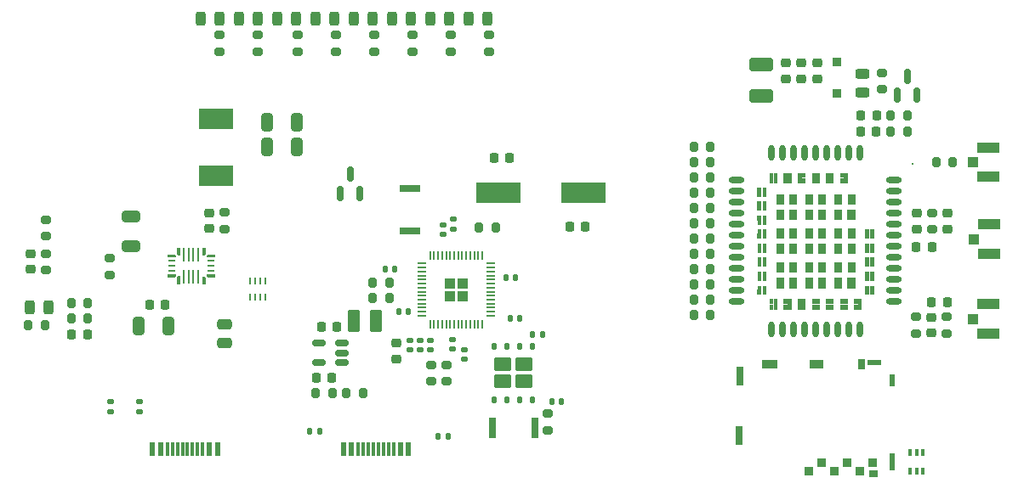
<source format=gbr>
%TF.GenerationSoftware,KiCad,Pcbnew,(6.0.2-0)*%
%TF.CreationDate,2022-03-30T00:09:39+02:00*%
%TF.ProjectId,RP2040GPSTracker,52503230-3430-4475-9053-547261636b65,rev?*%
%TF.SameCoordinates,PX4416780PY363af58*%
%TF.FileFunction,Paste,Top*%
%TF.FilePolarity,Positive*%
%FSLAX46Y46*%
G04 Gerber Fmt 4.6, Leading zero omitted, Abs format (unit mm)*
G04 Created by KiCad (PCBNEW (6.0.2-0)) date 2022-03-30 00:09:39*
%MOMM*%
%LPD*%
G01*
G04 APERTURE LIST*
G04 Aperture macros list*
%AMRoundRect*
0 Rectangle with rounded corners*
0 $1 Rounding radius*
0 $2 $3 $4 $5 $6 $7 $8 $9 X,Y pos of 4 corners*
0 Add a 4 corners polygon primitive as box body*
4,1,4,$2,$3,$4,$5,$6,$7,$8,$9,$2,$3,0*
0 Add four circle primitives for the rounded corners*
1,1,$1+$1,$2,$3*
1,1,$1+$1,$4,$5*
1,1,$1+$1,$6,$7*
1,1,$1+$1,$8,$9*
0 Add four rect primitives between the rounded corners*
20,1,$1+$1,$2,$3,$4,$5,0*
20,1,$1+$1,$4,$5,$6,$7,0*
20,1,$1+$1,$6,$7,$8,$9,0*
20,1,$1+$1,$8,$9,$2,$3,0*%
G04 Aperture macros list end*
%ADD10C,0.100000*%
%ADD11C,0.010000*%
%ADD12R,4.500000X2.000000*%
%ADD13R,0.600000X1.450000*%
%ADD14R,0.300000X1.450000*%
%ADD15RoundRect,0.250000X-0.325000X-0.650000X0.325000X-0.650000X0.325000X0.650000X-0.325000X0.650000X0*%
%ADD16RoundRect,0.150000X0.150000X-0.587500X0.150000X0.587500X-0.150000X0.587500X-0.150000X-0.587500X0*%
%ADD17RoundRect,0.200000X0.275000X-0.200000X0.275000X0.200000X-0.275000X0.200000X-0.275000X-0.200000X0*%
%ADD18RoundRect,0.225000X-0.225000X-0.250000X0.225000X-0.250000X0.225000X0.250000X-0.225000X0.250000X0*%
%ADD19RoundRect,0.200000X-0.200000X-0.275000X0.200000X-0.275000X0.200000X0.275000X-0.200000X0.275000X0*%
%ADD20RoundRect,0.225000X0.225000X0.250000X-0.225000X0.250000X-0.225000X-0.250000X0.225000X-0.250000X0*%
%ADD21R,0.127000X0.127000*%
%ADD22R,0.250000X1.400000*%
%ADD23R,0.700000X0.250000*%
%ADD24O,1.600000X0.600000*%
%ADD25O,0.600000X1.600000*%
%ADD26RoundRect,0.250000X-0.650000X0.325000X-0.650000X-0.325000X0.650000X-0.325000X0.650000X0.325000X0*%
%ADD27RoundRect,0.135000X0.135000X0.185000X-0.135000X0.185000X-0.135000X-0.185000X0.135000X-0.185000X0*%
%ADD28RoundRect,0.200000X-0.275000X0.200000X-0.275000X-0.200000X0.275000X-0.200000X0.275000X0.200000X0*%
%ADD29RoundRect,0.250000X-0.375000X-0.850000X0.375000X-0.850000X0.375000X0.850000X-0.375000X0.850000X0*%
%ADD30RoundRect,0.200000X0.200000X0.275000X-0.200000X0.275000X-0.200000X-0.275000X0.200000X-0.275000X0*%
%ADD31R,1.041400X0.990600*%
%ADD32R,2.209800X1.041400*%
%ADD33RoundRect,0.225000X-0.250000X0.225000X-0.250000X-0.225000X0.250000X-0.225000X0.250000X0.225000X0*%
%ADD34RoundRect,0.243750X-0.243750X-0.456250X0.243750X-0.456250X0.243750X0.456250X-0.243750X0.456250X0*%
%ADD35RoundRect,0.140000X-0.170000X0.140000X-0.170000X-0.140000X0.170000X-0.140000X0.170000X0.140000X0*%
%ADD36RoundRect,0.135000X-0.135000X-0.185000X0.135000X-0.185000X0.135000X0.185000X-0.135000X0.185000X0*%
%ADD37RoundRect,0.243750X0.243750X0.456250X-0.243750X0.456250X-0.243750X-0.456250X0.243750X-0.456250X0*%
%ADD38R,0.400000X0.650000*%
%ADD39RoundRect,0.250000X0.292217X0.292217X-0.292217X0.292217X-0.292217X-0.292217X0.292217X-0.292217X0*%
%ADD40RoundRect,0.050000X0.387500X0.050000X-0.387500X0.050000X-0.387500X-0.050000X0.387500X-0.050000X0*%
%ADD41RoundRect,0.050000X0.050000X0.387500X-0.050000X0.387500X-0.050000X-0.387500X0.050000X-0.387500X0*%
%ADD42R,3.400000X2.000000*%
%ADD43RoundRect,0.140000X0.170000X-0.140000X0.170000X0.140000X-0.170000X0.140000X-0.170000X-0.140000X0*%
%ADD44RoundRect,0.140000X-0.140000X-0.170000X0.140000X-0.170000X0.140000X0.170000X-0.140000X0.170000X0*%
%ADD45RoundRect,0.225000X0.250000X-0.225000X0.250000X0.225000X-0.250000X0.225000X-0.250000X-0.225000X0*%
%ADD46R,0.228600X0.711200*%
%ADD47RoundRect,0.218750X0.218750X0.256250X-0.218750X0.256250X-0.218750X-0.256250X0.218750X-0.256250X0*%
%ADD48R,0.203200X0.203200*%
%ADD49R,0.101600X0.635000*%
%ADD50RoundRect,0.140000X0.140000X0.170000X-0.140000X0.170000X-0.140000X-0.170000X0.140000X-0.170000X0*%
%ADD51R,0.838200X0.939800*%
%ADD52R,0.939800X0.787400*%
%ADD53R,0.558800X1.651000*%
%ADD54R,0.558800X1.219200*%
%ADD55R,1.371600X0.609600*%
%ADD56R,0.736600X1.016000*%
%ADD57R,1.346200X0.965200*%
%ADD58R,1.574800X0.965200*%
%ADD59R,0.635000X1.955800*%
%ADD60RoundRect,0.243750X-0.456250X0.243750X-0.456250X-0.243750X0.456250X-0.243750X0.456250X0.243750X0*%
%ADD61RoundRect,0.250000X0.925000X-0.412500X0.925000X0.412500X-0.925000X0.412500X-0.925000X-0.412500X0*%
%ADD62R,0.950000X0.900000*%
%ADD63RoundRect,0.150000X0.512500X0.150000X-0.512500X0.150000X-0.512500X-0.150000X0.512500X-0.150000X0*%
%ADD64RoundRect,0.135000X-0.185000X0.135000X-0.185000X-0.135000X0.185000X-0.135000X0.185000X0.135000X0*%
%ADD65R,2.000000X0.800000*%
%ADD66RoundRect,0.250000X-0.475000X0.250000X-0.475000X-0.250000X0.475000X-0.250000X0.475000X0.250000X0*%
%ADD67R,0.800000X2.000000*%
%ADD68RoundRect,0.250000X-0.615000X0.435000X-0.615000X-0.435000X0.615000X-0.435000X0.615000X0.435000X0*%
%ADD69RoundRect,0.125000X-0.125000X0.250000X-0.125000X-0.250000X0.125000X-0.250000X0.125000X0.250000X0*%
G04 APERTURE END LIST*
D10*
%TO.C,U6*%
X15822255Y29006896D02*
X16072255Y29006896D01*
X16072255Y29006896D02*
X16072255Y28306896D01*
X16072255Y28306896D02*
X15922255Y28306896D01*
X15922255Y28306896D02*
X15822255Y28406896D01*
X15822255Y28406896D02*
X15822255Y29006896D01*
G36*
X16072255Y28306896D02*
G01*
X15922255Y28306896D01*
X15822255Y28406896D01*
X15822255Y29006896D01*
X16072255Y29006896D01*
X16072255Y28306896D01*
G37*
X16072255Y28306896D02*
X15922255Y28306896D01*
X15822255Y28406896D01*
X15822255Y29006896D01*
X16072255Y29006896D01*
X16072255Y28306896D01*
X18572885Y29006896D02*
X18322885Y29006896D01*
X18322885Y29006896D02*
X18322885Y28306896D01*
X18322885Y28306896D02*
X18472885Y28306896D01*
X18472885Y28306896D02*
X18572885Y28406896D01*
X18572885Y28406896D02*
X18572885Y29006896D01*
G36*
X18572885Y28406896D02*
G01*
X18472885Y28306896D01*
X18322885Y28306896D01*
X18322885Y29006896D01*
X18572885Y29006896D01*
X18572885Y28406896D01*
G37*
X18572885Y28406896D02*
X18472885Y28306896D01*
X18322885Y28306896D01*
X18322885Y29006896D01*
X18572885Y29006896D01*
X18572885Y28406896D01*
X14897569Y28332148D02*
X14897569Y28082148D01*
X14897569Y28082148D02*
X15597569Y28082148D01*
X15597569Y28082148D02*
X15597569Y28232148D01*
X15597569Y28232148D02*
X15497569Y28332148D01*
X15497569Y28332148D02*
X14897569Y28332148D01*
G36*
X15597569Y28232148D02*
G01*
X15597569Y28082148D01*
X14897569Y28082148D01*
X14897569Y28332148D01*
X15497569Y28332148D01*
X15597569Y28232148D01*
G37*
X15597569Y28232148D02*
X15597569Y28082148D01*
X14897569Y28082148D01*
X14897569Y28332148D01*
X15497569Y28332148D01*
X15597569Y28232148D01*
X15822255Y25406896D02*
X16072255Y25406896D01*
X16072255Y25406896D02*
X16072255Y26206896D01*
X16072255Y26206896D02*
X15922255Y26206896D01*
X15922255Y26206896D02*
X15822255Y26006896D01*
X15822255Y26006896D02*
X15822255Y25406896D01*
G36*
X16072255Y25406896D02*
G01*
X15822255Y25406896D01*
X15822255Y26006896D01*
X15922255Y26206896D01*
X16072255Y26206896D01*
X16072255Y25406896D01*
G37*
X16072255Y25406896D02*
X15822255Y25406896D01*
X15822255Y26006896D01*
X15922255Y26206896D01*
X16072255Y26206896D01*
X16072255Y25406896D01*
X19497571Y26081644D02*
X19497571Y26331644D01*
X19497571Y26331644D02*
X18797571Y26331644D01*
X18797571Y26331644D02*
X18797571Y26181644D01*
X18797571Y26181644D02*
X18897571Y26081644D01*
X18897571Y26081644D02*
X19497571Y26081644D01*
G36*
X19497571Y26081644D02*
G01*
X18897571Y26081644D01*
X18797571Y26181644D01*
X18797571Y26331644D01*
X19497571Y26331644D01*
X19497571Y26081644D01*
G37*
X19497571Y26081644D02*
X18897571Y26081644D01*
X18797571Y26181644D01*
X18797571Y26331644D01*
X19497571Y26331644D01*
X19497571Y26081644D01*
X18572885Y25406896D02*
X18322885Y25406896D01*
X18322885Y25406896D02*
X18322885Y26106896D01*
X18322885Y26106896D02*
X18472885Y26106896D01*
X18472885Y26106896D02*
X18572885Y26006896D01*
X18572885Y26006896D02*
X18572885Y25406896D01*
G36*
X18572885Y26006896D02*
G01*
X18572885Y25406896D01*
X18322885Y25406896D01*
X18322885Y26106896D01*
X18472885Y26106896D01*
X18572885Y26006896D01*
G37*
X18572885Y26006896D02*
X18572885Y25406896D01*
X18322885Y25406896D01*
X18322885Y26106896D01*
X18472885Y26106896D01*
X18572885Y26006896D01*
X14897569Y26081644D02*
X14897569Y26331644D01*
X14897569Y26331644D02*
X15597569Y26331644D01*
X15597569Y26331644D02*
X15597569Y26181644D01*
X15597569Y26181644D02*
X15497569Y26081644D01*
X15497569Y26081644D02*
X14897569Y26081644D01*
G36*
X15597569Y26181644D02*
G01*
X15497569Y26081644D01*
X14897569Y26081644D01*
X14897569Y26331644D01*
X15597569Y26331644D01*
X15597569Y26181644D01*
G37*
X15597569Y26181644D02*
X15497569Y26081644D01*
X14897569Y26081644D01*
X14897569Y26331644D01*
X15597569Y26331644D01*
X15597569Y26181644D01*
X19497571Y28332148D02*
X19497571Y28082148D01*
X19497571Y28082148D02*
X18797571Y28082148D01*
X18797571Y28082148D02*
X18797571Y28232148D01*
X18797571Y28232148D02*
X18897571Y28332148D01*
X18897571Y28332148D02*
X19497571Y28332148D01*
G36*
X19497571Y28082148D02*
G01*
X18797571Y28082148D01*
X18797571Y28232148D01*
X18897571Y28332148D01*
X19497571Y28332148D01*
X19497571Y28082148D01*
G37*
X19497571Y28082148D02*
X18797571Y28082148D01*
X18797571Y28232148D01*
X18897571Y28332148D01*
X19497571Y28332148D01*
X19497571Y28082148D01*
D11*
%TO.C,U2*%
X80404150Y35931200D02*
X80704000Y35931200D01*
X80704000Y35931200D02*
X80704000Y35502030D01*
X80704000Y35502030D02*
X80404150Y35502030D01*
X80404150Y35502030D02*
X80404150Y35931200D01*
G36*
X80704000Y35502030D02*
G01*
X80404150Y35502030D01*
X80404150Y35931200D01*
X80704000Y35931200D01*
X80704000Y35502030D01*
G37*
X80704000Y35502030D02*
X80404150Y35502030D01*
X80404150Y35931200D01*
X80704000Y35931200D01*
X80704000Y35502030D01*
X77603510Y23331200D02*
X77904000Y23331200D01*
X77904000Y23331200D02*
X77904000Y22899320D01*
X77904000Y22899320D02*
X77603510Y22899320D01*
X77603510Y22899320D02*
X77603510Y23331200D01*
G36*
X77904000Y22899320D02*
G01*
X77603510Y22899320D01*
X77603510Y23331200D01*
X77904000Y23331200D01*
X77904000Y22899320D01*
G37*
X77904000Y22899320D02*
X77603510Y22899320D01*
X77603510Y23331200D01*
X77904000Y23331200D01*
X77904000Y22899320D01*
X76601700Y36461200D02*
X76904000Y36461200D01*
X76904000Y36461200D02*
X76904000Y36036520D01*
X76904000Y36036520D02*
X76601700Y36036520D01*
X76601700Y36036520D02*
X76601700Y36461200D01*
G36*
X76904000Y36036520D02*
G01*
X76601700Y36036520D01*
X76601700Y36461200D01*
X76904000Y36461200D01*
X76904000Y36036520D01*
G37*
X76904000Y36036520D02*
X76601700Y36036520D01*
X76601700Y36461200D01*
X76904000Y36461200D01*
X76904000Y36036520D01*
X82556140Y32781200D02*
X83254000Y32781200D01*
X83254000Y32781200D02*
X83254000Y31832640D01*
X83254000Y31832640D02*
X82556140Y31832640D01*
X82556140Y31832640D02*
X82556140Y32781200D01*
G36*
X83254000Y31832640D02*
G01*
X82556140Y31832640D01*
X82556140Y32781200D01*
X83254000Y32781200D01*
X83254000Y31832640D01*
G37*
X83254000Y31832640D02*
X82556140Y31832640D01*
X82556140Y32781200D01*
X83254000Y32781200D01*
X83254000Y31832640D01*
X80405070Y36461200D02*
X80704000Y36461200D01*
X80704000Y36461200D02*
X80704000Y36037650D01*
X80704000Y36037650D02*
X80405070Y36037650D01*
X80405070Y36037650D02*
X80405070Y36461200D01*
G36*
X80704000Y36037650D02*
G01*
X80405070Y36037650D01*
X80405070Y36461200D01*
X80704000Y36461200D01*
X80704000Y36037650D01*
G37*
X80704000Y36037650D02*
X80405070Y36037650D01*
X80405070Y36461200D01*
X80704000Y36461200D01*
X80704000Y36037650D01*
X73585790Y28996200D02*
X73889000Y28996200D01*
X73889000Y28996200D02*
X73889000Y28565580D01*
X73889000Y28565580D02*
X73585790Y28565580D01*
X73585790Y28565580D02*
X73585790Y28996200D01*
G36*
X73889000Y28565580D02*
G01*
X73585790Y28565580D01*
X73585790Y28996200D01*
X73889000Y28996200D01*
X73889000Y28565580D01*
G37*
X73889000Y28565580D02*
X73585790Y28565580D01*
X73585790Y28996200D01*
X73889000Y28996200D01*
X73889000Y28565580D01*
X79404022Y36461200D02*
X79704000Y36461200D01*
X79704000Y36461200D02*
X79704000Y36033970D01*
X79704000Y36033970D02*
X79404022Y36033970D01*
X79404022Y36033970D02*
X79404022Y36461200D01*
G36*
X79704000Y36033970D02*
G01*
X79404022Y36033970D01*
X79404022Y36461200D01*
X79704000Y36461200D01*
X79704000Y36033970D01*
G37*
X79704000Y36033970D02*
X79404022Y36033970D01*
X79404022Y36461200D01*
X79704000Y36461200D01*
X79704000Y36033970D01*
X82560050Y29381200D02*
X83254000Y29381200D01*
X83254000Y29381200D02*
X83254000Y28428840D01*
X83254000Y28428840D02*
X82560050Y28428840D01*
X82560050Y28428840D02*
X82560050Y29381200D01*
G36*
X83254000Y28428840D02*
G01*
X82560050Y28428840D01*
X82560050Y29381200D01*
X83254000Y29381200D01*
X83254000Y28428840D01*
G37*
X83254000Y28428840D02*
X82560050Y28428840D01*
X82560050Y29381200D01*
X83254000Y29381200D01*
X83254000Y28428840D01*
X78352010Y30931200D02*
X79054000Y30931200D01*
X79054000Y30931200D02*
X79054000Y29981797D01*
X79054000Y29981797D02*
X78352010Y29981797D01*
X78352010Y29981797D02*
X78352010Y30931200D01*
G36*
X79054000Y29981797D02*
G01*
X78352010Y29981797D01*
X78352010Y30931200D01*
X79054000Y30931200D01*
X79054000Y29981797D01*
G37*
X79054000Y29981797D02*
X78352010Y29981797D01*
X78352010Y30931200D01*
X79054000Y30931200D01*
X79054000Y29981797D01*
X76753870Y27531200D02*
X77454000Y27531200D01*
X77454000Y27531200D02*
X77454000Y26581040D01*
X77454000Y26581040D02*
X76753870Y26581040D01*
X76753870Y26581040D02*
X76753870Y27531200D01*
G36*
X77454000Y26581040D02*
G01*
X76753870Y26581040D01*
X76753870Y27531200D01*
X77454000Y27531200D01*
X77454000Y26581040D01*
G37*
X77454000Y26581040D02*
X76753870Y26581040D01*
X76753870Y27531200D01*
X77454000Y27531200D01*
X77454000Y26581040D01*
X79003370Y35931200D02*
X79304000Y35931200D01*
X79304000Y35931200D02*
X79304000Y35511680D01*
X79304000Y35511680D02*
X79003370Y35511680D01*
X79003370Y35511680D02*
X79003370Y35931200D01*
G36*
X79304000Y35511680D02*
G01*
X79003370Y35511680D01*
X79003370Y35931200D01*
X79304000Y35931200D01*
X79304000Y35511680D01*
G37*
X79304000Y35511680D02*
X79003370Y35511680D01*
X79003370Y35931200D01*
X79304000Y35931200D01*
X79304000Y35511680D01*
X82557740Y30931200D02*
X83254000Y30931200D01*
X83254000Y30931200D02*
X83254000Y29981551D01*
X83254000Y29981551D02*
X82557740Y29981551D01*
X82557740Y29981551D02*
X82557740Y30931200D01*
G36*
X83254000Y29981551D02*
G01*
X82557740Y29981551D01*
X82557740Y30931200D01*
X83254000Y30931200D01*
X83254000Y29981551D01*
G37*
X83254000Y29981551D02*
X82557740Y29981551D01*
X82557740Y30931200D01*
X83254000Y30931200D01*
X83254000Y29981551D01*
X77601300Y23861200D02*
X77904000Y23861200D01*
X77904000Y23861200D02*
X77904000Y23421560D01*
X77904000Y23421560D02*
X77601300Y23421560D01*
X77601300Y23421560D02*
X77601300Y23861200D01*
G36*
X77904000Y23421560D02*
G01*
X77601300Y23421560D01*
X77601300Y23861200D01*
X77904000Y23861200D01*
X77904000Y23421560D01*
G37*
X77904000Y23421560D02*
X77601300Y23421560D01*
X77601300Y23861200D01*
X77904000Y23861200D01*
X77904000Y23421560D01*
X75450260Y34331200D02*
X76154000Y34331200D01*
X76154000Y34331200D02*
X76154000Y33384750D01*
X76154000Y33384750D02*
X75450260Y33384750D01*
X75450260Y33384750D02*
X75450260Y34331200D01*
G36*
X76154000Y33384750D02*
G01*
X75450260Y33384750D01*
X75450260Y34331200D01*
X76154000Y34331200D01*
X76154000Y33384750D01*
G37*
X76154000Y33384750D02*
X75450260Y33384750D01*
X75450260Y34331200D01*
X76154000Y34331200D01*
X76154000Y33384750D01*
X74114590Y34996200D02*
X74419000Y34996200D01*
X74419000Y34996200D02*
X74419000Y34570320D01*
X74419000Y34570320D02*
X74114590Y34570320D01*
X74114590Y34570320D02*
X74114590Y34996200D01*
G36*
X74419000Y34570320D02*
G01*
X74114590Y34570320D01*
X74114590Y34996200D01*
X74419000Y34996200D01*
X74419000Y34570320D01*
G37*
X74419000Y34570320D02*
X74114590Y34570320D01*
X74114590Y34996200D01*
X74419000Y34996200D01*
X74419000Y34570320D01*
X74115260Y31796200D02*
X74419000Y31796200D01*
X74419000Y31796200D02*
X74419000Y31367400D01*
X74419000Y31367400D02*
X74115260Y31367400D01*
X74115260Y31367400D02*
X74115260Y31796200D01*
G36*
X74419000Y31367400D02*
G01*
X74115260Y31367400D01*
X74115260Y31796200D01*
X74419000Y31796200D01*
X74419000Y31367400D01*
G37*
X74419000Y31367400D02*
X74115260Y31367400D01*
X74115260Y31796200D01*
X74419000Y31796200D01*
X74419000Y31367400D01*
X81256080Y34331200D02*
X81954000Y34331200D01*
X81954000Y34331200D02*
X81954000Y33385250D01*
X81954000Y33385250D02*
X81256080Y33385250D01*
X81256080Y33385250D02*
X81256080Y34331200D01*
G36*
X81954000Y33385250D02*
G01*
X81256080Y33385250D01*
X81256080Y34331200D01*
X81954000Y34331200D01*
X81954000Y33385250D01*
G37*
X81954000Y33385250D02*
X81256080Y33385250D01*
X81256080Y34331200D01*
X81954000Y34331200D01*
X81954000Y33385250D01*
X74116690Y30396200D02*
X74419000Y30396200D01*
X74419000Y30396200D02*
X74419000Y29966326D01*
X74419000Y29966326D02*
X74116690Y29966326D01*
X74116690Y29966326D02*
X74116690Y30396200D01*
G36*
X74419000Y29966326D02*
G01*
X74116690Y29966326D01*
X74116690Y30396200D01*
X74419000Y30396200D01*
X74419000Y29966326D01*
G37*
X74419000Y29966326D02*
X74116690Y29966326D01*
X74116690Y30396200D01*
X74419000Y30396200D01*
X74419000Y29966326D01*
X84823350Y24796200D02*
X85119000Y24796200D01*
X85119000Y24796200D02*
X85119000Y24361970D01*
X85119000Y24361970D02*
X84823350Y24361970D01*
X84823350Y24361970D02*
X84823350Y24796200D01*
G36*
X85119000Y24361970D02*
G01*
X84823350Y24361970D01*
X84823350Y24796200D01*
X85119000Y24796200D01*
X85119000Y24361970D01*
G37*
X85119000Y24361970D02*
X84823350Y24361970D01*
X84823350Y24796200D01*
X85119000Y24796200D01*
X85119000Y24361970D01*
X74799630Y23861200D02*
X75104000Y23861200D01*
X75104000Y23861200D02*
X75104000Y23425190D01*
X75104000Y23425190D02*
X74799630Y23425190D01*
X74799630Y23425190D02*
X74799630Y23861200D01*
G36*
X75104000Y23425190D02*
G01*
X74799630Y23425190D01*
X74799630Y23861200D01*
X75104000Y23861200D01*
X75104000Y23425190D01*
G37*
X75104000Y23425190D02*
X74799630Y23425190D01*
X74799630Y23861200D01*
X75104000Y23861200D01*
X75104000Y23425190D01*
X82204270Y23861200D02*
X82504000Y23861200D01*
X82504000Y23861200D02*
X82504000Y23430620D01*
X82504000Y23430620D02*
X82204270Y23430620D01*
X82204270Y23430620D02*
X82204270Y23861200D01*
G36*
X82504000Y23430620D02*
G01*
X82204270Y23430620D01*
X82204270Y23861200D01*
X82504000Y23861200D01*
X82504000Y23430620D01*
G37*
X82504000Y23430620D02*
X82204270Y23430620D01*
X82204270Y23861200D01*
X82504000Y23861200D01*
X82504000Y23430620D01*
X73578750Y34996200D02*
X73889000Y34996200D01*
X73889000Y34996200D02*
X73889000Y34574880D01*
X73889000Y34574880D02*
X73578750Y34574880D01*
X73578750Y34574880D02*
X73578750Y34996200D01*
G36*
X73889000Y34574880D02*
G01*
X73578750Y34574880D01*
X73578750Y34996200D01*
X73889000Y34996200D01*
X73889000Y34574880D01*
G37*
X73889000Y34574880D02*
X73578750Y34574880D01*
X73578750Y34996200D01*
X73889000Y34996200D01*
X73889000Y34574880D01*
X84291390Y30396200D02*
X84589000Y30396200D01*
X84589000Y30396200D02*
X84589000Y29966338D01*
X84589000Y29966338D02*
X84291390Y29966338D01*
X84291390Y29966338D02*
X84291390Y30396200D01*
G36*
X84589000Y29966338D02*
G01*
X84291390Y29966338D01*
X84291390Y30396200D01*
X84589000Y30396200D01*
X84589000Y29966338D01*
G37*
X84589000Y29966338D02*
X84291390Y29966338D01*
X84291390Y30396200D01*
X84589000Y30396200D01*
X84589000Y29966338D01*
X74110310Y27996200D02*
X74419000Y27996200D01*
X74419000Y27996200D02*
X74419000Y27562690D01*
X74419000Y27562690D02*
X74110310Y27562690D01*
X74110310Y27562690D02*
X74110310Y27996200D01*
G36*
X74419000Y27562690D02*
G01*
X74110310Y27562690D01*
X74110310Y27996200D01*
X74419000Y27996200D01*
X74419000Y27562690D01*
G37*
X74419000Y27562690D02*
X74110310Y27562690D01*
X74110310Y27996200D01*
X74419000Y27996200D01*
X74419000Y27562690D01*
X84293600Y29396200D02*
X84589000Y29396200D01*
X84589000Y29396200D02*
X84589000Y28965534D01*
X84589000Y28965534D02*
X84293600Y28965534D01*
X84293600Y28965534D02*
X84293600Y29396200D01*
G36*
X84589000Y28965534D02*
G01*
X84293600Y28965534D01*
X84293600Y29396200D01*
X84589000Y29396200D01*
X84589000Y28965534D01*
G37*
X84589000Y28965534D02*
X84293600Y28965534D01*
X84293600Y29396200D01*
X84589000Y29396200D01*
X84589000Y28965534D01*
X84829610Y30396200D02*
X85119000Y30396200D01*
X85119000Y30396200D02*
X85119000Y29966753D01*
X85119000Y29966753D02*
X84829610Y29966753D01*
X84829610Y29966753D02*
X84829610Y30396200D01*
G36*
X85119000Y29966753D02*
G01*
X84829610Y29966753D01*
X84829610Y30396200D01*
X85119000Y30396200D01*
X85119000Y29966753D01*
G37*
X85119000Y29966753D02*
X84829610Y29966753D01*
X84829610Y30396200D01*
X85119000Y30396200D01*
X85119000Y29966753D01*
X74113380Y27596200D02*
X74419000Y27596200D01*
X74419000Y27596200D02*
X74419000Y27163500D01*
X74419000Y27163500D02*
X74113380Y27163500D01*
X74113380Y27163500D02*
X74113380Y27596200D01*
G36*
X74419000Y27163500D02*
G01*
X74113380Y27163500D01*
X74113380Y27596200D01*
X74419000Y27596200D01*
X74419000Y27163500D01*
G37*
X74419000Y27163500D02*
X74113380Y27163500D01*
X74113380Y27596200D01*
X74419000Y27596200D01*
X74419000Y27163500D01*
X75449390Y32781200D02*
X76154000Y32781200D01*
X76154000Y32781200D02*
X76154000Y31833740D01*
X76154000Y31833740D02*
X75449390Y31833740D01*
X75449390Y31833740D02*
X75449390Y32781200D01*
G36*
X76154000Y31833740D02*
G01*
X75449390Y31833740D01*
X75449390Y32781200D01*
X76154000Y32781200D01*
X76154000Y31833740D01*
G37*
X76154000Y31833740D02*
X75449390Y31833740D01*
X75449390Y32781200D01*
X76154000Y32781200D01*
X76154000Y31833740D01*
X74799840Y36461200D02*
X75104000Y36461200D01*
X75104000Y36461200D02*
X75104000Y36037010D01*
X75104000Y36037010D02*
X74799840Y36037010D01*
X74799840Y36037010D02*
X74799840Y36461200D01*
G36*
X75104000Y36037010D02*
G01*
X74799840Y36037010D01*
X74799840Y36461200D01*
X75104000Y36461200D01*
X75104000Y36037010D01*
G37*
X75104000Y36037010D02*
X74799840Y36037010D01*
X74799840Y36461200D01*
X75104000Y36461200D01*
X75104000Y36037010D01*
X84827480Y26196200D02*
X85119000Y26196200D01*
X85119000Y26196200D02*
X85119000Y25760130D01*
X85119000Y25760130D02*
X84827480Y25760130D01*
X84827480Y25760130D02*
X84827480Y26196200D01*
G36*
X85119000Y25760130D02*
G01*
X84827480Y25760130D01*
X84827480Y26196200D01*
X85119000Y26196200D01*
X85119000Y25760130D01*
G37*
X85119000Y25760130D02*
X84827480Y25760130D01*
X84827480Y26196200D01*
X85119000Y26196200D01*
X85119000Y25760130D01*
X80805650Y23861200D02*
X81104000Y23861200D01*
X81104000Y23861200D02*
X81104000Y23424100D01*
X81104000Y23424100D02*
X80805650Y23424100D01*
X80805650Y23424100D02*
X80805650Y23861200D01*
G36*
X81104000Y23424100D02*
G01*
X80805650Y23424100D01*
X80805650Y23861200D01*
X81104000Y23861200D01*
X81104000Y23424100D01*
G37*
X81104000Y23424100D02*
X80805650Y23424100D01*
X80805650Y23861200D01*
X81104000Y23861200D01*
X81104000Y23424100D01*
X78352910Y34331200D02*
X79054000Y34331200D01*
X79054000Y34331200D02*
X79054000Y33385240D01*
X79054000Y33385240D02*
X78352910Y33385240D01*
X78352910Y33385240D02*
X78352910Y34331200D01*
G36*
X79054000Y33385240D02*
G01*
X78352910Y33385240D01*
X78352910Y34331200D01*
X79054000Y34331200D01*
X79054000Y33385240D01*
G37*
X79054000Y33385240D02*
X78352910Y33385240D01*
X78352910Y34331200D01*
X79054000Y34331200D01*
X79054000Y33385240D01*
X76600330Y23331200D02*
X76904000Y23331200D01*
X76904000Y23331200D02*
X76904000Y22892150D01*
X76904000Y22892150D02*
X76600330Y22892150D01*
X76600330Y22892150D02*
X76600330Y23331200D01*
G36*
X76904000Y22892150D02*
G01*
X76600330Y22892150D01*
X76600330Y23331200D01*
X76904000Y23331200D01*
X76904000Y22892150D01*
G37*
X76904000Y22892150D02*
X76600330Y22892150D01*
X76600330Y23331200D01*
X76904000Y23331200D01*
X76904000Y22892150D01*
X81805650Y23861200D02*
X82104000Y23861200D01*
X82104000Y23861200D02*
X82104000Y23427000D01*
X82104000Y23427000D02*
X81805650Y23427000D01*
X81805650Y23427000D02*
X81805650Y23861200D01*
G36*
X82104000Y23427000D02*
G01*
X81805650Y23427000D01*
X81805650Y23861200D01*
X82104000Y23861200D01*
X82104000Y23427000D01*
G37*
X82104000Y23427000D02*
X81805650Y23427000D01*
X81805650Y23861200D01*
X82104000Y23861200D01*
X82104000Y23427000D01*
X79654308Y34331200D02*
X80354000Y34331200D01*
X80354000Y34331200D02*
X80354000Y33385000D01*
X80354000Y33385000D02*
X79654308Y33385000D01*
X79654308Y33385000D02*
X79654308Y34331200D01*
G36*
X80354000Y33385000D02*
G01*
X79654308Y33385000D01*
X79654308Y34331200D01*
X80354000Y34331200D01*
X80354000Y33385000D01*
G37*
X80354000Y33385000D02*
X79654308Y33385000D01*
X79654308Y34331200D01*
X80354000Y34331200D01*
X80354000Y33385000D01*
X79654593Y32781200D02*
X80354000Y32781200D01*
X80354000Y32781200D02*
X80354000Y31835450D01*
X80354000Y31835450D02*
X79654593Y31835450D01*
X79654593Y31835450D02*
X79654593Y32781200D01*
G36*
X80354000Y31835450D02*
G01*
X79654593Y31835450D01*
X79654593Y32781200D01*
X80354000Y32781200D01*
X80354000Y31835450D01*
G37*
X80354000Y31835450D02*
X79654593Y31835450D01*
X79654593Y32781200D01*
X80354000Y32781200D01*
X80354000Y31835450D01*
X78353410Y32781200D02*
X79054000Y32781200D01*
X79054000Y32781200D02*
X79054000Y31832470D01*
X79054000Y31832470D02*
X78353410Y31832470D01*
X78353410Y31832470D02*
X78353410Y32781200D01*
G36*
X79054000Y31832470D02*
G01*
X78353410Y31832470D01*
X78353410Y32781200D01*
X79054000Y32781200D01*
X79054000Y31832470D01*
G37*
X79054000Y31832470D02*
X78353410Y31832470D01*
X78353410Y32781200D01*
X79054000Y32781200D01*
X79054000Y31832470D01*
X75449370Y27531200D02*
X76154000Y27531200D01*
X76154000Y27531200D02*
X76154000Y26577520D01*
X76154000Y26577520D02*
X75449370Y26577520D01*
X75449370Y26577520D02*
X75449370Y27531200D01*
G36*
X76154000Y26577520D02*
G01*
X75449370Y26577520D01*
X75449370Y27531200D01*
X76154000Y27531200D01*
X76154000Y26577520D01*
G37*
X76154000Y26577520D02*
X75449370Y26577520D01*
X75449370Y27531200D01*
X76154000Y27531200D01*
X76154000Y26577520D01*
X79003950Y23861200D02*
X79304000Y23861200D01*
X79304000Y23861200D02*
X79304000Y23430300D01*
X79304000Y23430300D02*
X79003950Y23430300D01*
X79003950Y23430300D02*
X79003950Y23861200D01*
G36*
X79304000Y23430300D02*
G01*
X79003950Y23430300D01*
X79003950Y23861200D01*
X79304000Y23861200D01*
X79304000Y23430300D01*
G37*
X79304000Y23430300D02*
X79003950Y23430300D01*
X79003950Y23861200D01*
X79304000Y23861200D01*
X79304000Y23430300D01*
X73585610Y27596200D02*
X73889000Y27596200D01*
X73889000Y27596200D02*
X73889000Y27164720D01*
X73889000Y27164720D02*
X73585610Y27164720D01*
X73585610Y27164720D02*
X73585610Y27596200D01*
G36*
X73889000Y27164720D02*
G01*
X73585610Y27164720D01*
X73585610Y27596200D01*
X73889000Y27596200D01*
X73889000Y27164720D01*
G37*
X73889000Y27164720D02*
X73585610Y27164720D01*
X73585610Y27596200D01*
X73889000Y27596200D01*
X73889000Y27164720D01*
X80806460Y35931200D02*
X81104000Y35931200D01*
X81104000Y35931200D02*
X81104000Y35511060D01*
X81104000Y35511060D02*
X80806460Y35511060D01*
X80806460Y35511060D02*
X80806460Y35931200D01*
G36*
X81104000Y35511060D02*
G01*
X80806460Y35511060D01*
X80806460Y35931200D01*
X81104000Y35931200D01*
X81104000Y35511060D01*
G37*
X81104000Y35511060D02*
X80806460Y35511060D01*
X80806460Y35931200D01*
X81104000Y35931200D01*
X81104000Y35511060D01*
X84820740Y28996200D02*
X85119000Y28996200D01*
X85119000Y28996200D02*
X85119000Y28565850D01*
X85119000Y28565850D02*
X84820740Y28565850D01*
X84820740Y28565850D02*
X84820740Y28996200D01*
G36*
X85119000Y28565850D02*
G01*
X84820740Y28565850D01*
X84820740Y28996200D01*
X85119000Y28996200D01*
X85119000Y28565850D01*
G37*
X85119000Y28565850D02*
X84820740Y28565850D01*
X84820740Y28996200D01*
X85119000Y28996200D01*
X85119000Y28565850D01*
X74113460Y30796200D02*
X74419000Y30796200D01*
X74419000Y30796200D02*
X74419000Y30366925D01*
X74419000Y30366925D02*
X74113460Y30366925D01*
X74113460Y30366925D02*
X74113460Y30796200D01*
G36*
X74419000Y30366925D02*
G01*
X74113460Y30366925D01*
X74113460Y30796200D01*
X74419000Y30796200D01*
X74419000Y30366925D01*
G37*
X74419000Y30366925D02*
X74113460Y30366925D01*
X74113460Y30796200D01*
X74419000Y30796200D01*
X74419000Y30366925D01*
X82558710Y34331200D02*
X83254000Y34331200D01*
X83254000Y34331200D02*
X83254000Y33386650D01*
X83254000Y33386650D02*
X82558710Y33386650D01*
X82558710Y33386650D02*
X82558710Y34331200D01*
G36*
X83254000Y33386650D02*
G01*
X82558710Y33386650D01*
X82558710Y34331200D01*
X83254000Y34331200D01*
X83254000Y33386650D01*
G37*
X83254000Y33386650D02*
X82558710Y33386650D01*
X82558710Y34331200D01*
X83254000Y34331200D01*
X83254000Y33386650D01*
X84823880Y26596200D02*
X85119000Y26596200D01*
X85119000Y26596200D02*
X85119000Y26163060D01*
X85119000Y26163060D02*
X84823880Y26163060D01*
X84823880Y26163060D02*
X84823880Y26596200D01*
G36*
X85119000Y26163060D02*
G01*
X84823880Y26163060D01*
X84823880Y26596200D01*
X85119000Y26596200D01*
X85119000Y26163060D01*
G37*
X85119000Y26163060D02*
X84823880Y26163060D01*
X84823880Y26596200D01*
X85119000Y26596200D01*
X85119000Y26163060D01*
X78352830Y25981200D02*
X79054000Y25981200D01*
X79054000Y25981200D02*
X79054000Y25025770D01*
X79054000Y25025770D02*
X78352830Y25025770D01*
X78352830Y25025770D02*
X78352830Y25981200D01*
G36*
X79054000Y25025770D02*
G01*
X78352830Y25025770D01*
X78352830Y25981200D01*
X79054000Y25981200D01*
X79054000Y25025770D01*
G37*
X79054000Y25025770D02*
X78352830Y25025770D01*
X78352830Y25981200D01*
X79054000Y25981200D01*
X79054000Y25025770D01*
X84821610Y27996200D02*
X85119000Y27996200D01*
X85119000Y27996200D02*
X85119000Y27565190D01*
X85119000Y27565190D02*
X84821610Y27565190D01*
X84821610Y27565190D02*
X84821610Y27996200D01*
G36*
X85119000Y27565190D02*
G01*
X84821610Y27565190D01*
X84821610Y27996200D01*
X85119000Y27996200D01*
X85119000Y27565190D01*
G37*
X85119000Y27565190D02*
X84821610Y27565190D01*
X84821610Y27996200D01*
X85119000Y27996200D01*
X85119000Y27565190D01*
X73585420Y26596200D02*
X73889000Y26596200D01*
X73889000Y26596200D02*
X73889000Y26164020D01*
X73889000Y26164020D02*
X73585420Y26164020D01*
X73585420Y26164020D02*
X73585420Y26596200D01*
G36*
X73889000Y26164020D02*
G01*
X73585420Y26164020D01*
X73585420Y26596200D01*
X73889000Y26596200D01*
X73889000Y26164020D01*
G37*
X73889000Y26164020D02*
X73585420Y26164020D01*
X73585420Y26596200D01*
X73889000Y26596200D01*
X73889000Y26164020D01*
X76751630Y34331200D02*
X77454000Y34331200D01*
X77454000Y34331200D02*
X77454000Y33384570D01*
X77454000Y33384570D02*
X76751630Y33384570D01*
X76751630Y33384570D02*
X76751630Y34331200D01*
G36*
X77454000Y33384570D02*
G01*
X76751630Y33384570D01*
X76751630Y34331200D01*
X77454000Y34331200D01*
X77454000Y33384570D01*
G37*
X77454000Y33384570D02*
X76751630Y33384570D01*
X76751630Y34331200D01*
X77454000Y34331200D01*
X77454000Y33384570D01*
X84290310Y26596200D02*
X84589000Y26596200D01*
X84589000Y26596200D02*
X84589000Y26165270D01*
X84589000Y26165270D02*
X84290310Y26165270D01*
X84290310Y26165270D02*
X84290310Y26596200D01*
G36*
X84589000Y26165270D02*
G01*
X84290310Y26165270D01*
X84290310Y26596200D01*
X84589000Y26596200D01*
X84589000Y26165270D01*
G37*
X84589000Y26165270D02*
X84290310Y26165270D01*
X84290310Y26596200D01*
X84589000Y26596200D01*
X84589000Y26165270D01*
X78001330Y36461200D02*
X78304000Y36461200D01*
X78304000Y36461200D02*
X78304000Y36043780D01*
X78304000Y36043780D02*
X78001330Y36043780D01*
X78001330Y36043780D02*
X78001330Y36461200D01*
G36*
X78304000Y36043780D02*
G01*
X78001330Y36043780D01*
X78001330Y36461200D01*
X78304000Y36461200D01*
X78304000Y36043780D01*
G37*
X78304000Y36043780D02*
X78001330Y36043780D01*
X78001330Y36461200D01*
X78304000Y36461200D01*
X78304000Y36043780D01*
X76751610Y29381200D02*
X77454000Y29381200D01*
X77454000Y29381200D02*
X77454000Y28430050D01*
X77454000Y28430050D02*
X76751610Y28430050D01*
X76751610Y28430050D02*
X76751610Y29381200D01*
G36*
X77454000Y28430050D02*
G01*
X76751610Y28430050D01*
X76751610Y29381200D01*
X77454000Y29381200D01*
X77454000Y28430050D01*
G37*
X77454000Y28430050D02*
X76751610Y28430050D01*
X76751610Y29381200D01*
X77454000Y29381200D01*
X77454000Y28430050D01*
X77603470Y36461200D02*
X77904000Y36461200D01*
X77904000Y36461200D02*
X77904000Y36033110D01*
X77904000Y36033110D02*
X77603470Y36033110D01*
X77603470Y36033110D02*
X77603470Y36461200D01*
G36*
X77904000Y36033110D02*
G01*
X77603470Y36033110D01*
X77603470Y36461200D01*
X77904000Y36461200D01*
X77904000Y36033110D01*
G37*
X77904000Y36033110D02*
X77603470Y36033110D01*
X77603470Y36461200D01*
X77904000Y36461200D01*
X77904000Y36033110D01*
X82557190Y27531200D02*
X83254000Y27531200D01*
X83254000Y27531200D02*
X83254000Y26578110D01*
X83254000Y26578110D02*
X82557190Y26578110D01*
X82557190Y26578110D02*
X82557190Y27531200D01*
G36*
X83254000Y26578110D02*
G01*
X82557190Y26578110D01*
X82557190Y27531200D01*
X83254000Y27531200D01*
X83254000Y26578110D01*
G37*
X83254000Y26578110D02*
X82557190Y26578110D01*
X82557190Y27531200D01*
X83254000Y27531200D01*
X83254000Y26578110D01*
X73580130Y30396200D02*
X73889000Y30396200D01*
X73889000Y30396200D02*
X73889000Y29966639D01*
X73889000Y29966639D02*
X73580130Y29966639D01*
X73580130Y29966639D02*
X73580130Y30396200D01*
G36*
X73889000Y29966639D02*
G01*
X73580130Y29966639D01*
X73580130Y30396200D01*
X73889000Y30396200D01*
X73889000Y29966639D01*
G37*
X73889000Y29966639D02*
X73580130Y29966639D01*
X73580130Y30396200D01*
X73889000Y30396200D01*
X73889000Y29966639D01*
X73587150Y31796200D02*
X73889000Y31796200D01*
X73889000Y31796200D02*
X73889000Y31366740D01*
X73889000Y31366740D02*
X73587150Y31366740D01*
X73587150Y31366740D02*
X73587150Y31796200D01*
G36*
X73889000Y31366740D02*
G01*
X73587150Y31366740D01*
X73587150Y31796200D01*
X73889000Y31796200D01*
X73889000Y31366740D01*
G37*
X73889000Y31366740D02*
X73587150Y31366740D01*
X73587150Y31796200D01*
X73889000Y31796200D01*
X73889000Y31366740D01*
X79654488Y27531200D02*
X80354000Y27531200D01*
X80354000Y27531200D02*
X80354000Y26576150D01*
X80354000Y26576150D02*
X79654488Y26576150D01*
X79654488Y26576150D02*
X79654488Y27531200D01*
G36*
X80354000Y26576150D02*
G01*
X79654488Y26576150D01*
X79654488Y27531200D01*
X80354000Y27531200D01*
X80354000Y26576150D01*
G37*
X80354000Y26576150D02*
X79654488Y26576150D01*
X79654488Y27531200D01*
X80354000Y27531200D01*
X80354000Y26576150D01*
X78002500Y23331200D02*
X78304000Y23331200D01*
X78304000Y23331200D02*
X78304000Y22893670D01*
X78304000Y22893670D02*
X78002500Y22893670D01*
X78002500Y22893670D02*
X78002500Y23331200D01*
G36*
X78304000Y22893670D02*
G01*
X78002500Y22893670D01*
X78002500Y23331200D01*
X78304000Y23331200D01*
X78304000Y22893670D01*
G37*
X78304000Y22893670D02*
X78002500Y22893670D01*
X78002500Y23331200D01*
X78304000Y23331200D01*
X78304000Y22893670D01*
X82556030Y25981200D02*
X83254000Y25981200D01*
X83254000Y25981200D02*
X83254000Y25028250D01*
X83254000Y25028250D02*
X82556030Y25028250D01*
X82556030Y25028250D02*
X82556030Y25981200D01*
G36*
X83254000Y25028250D02*
G01*
X82556030Y25028250D01*
X82556030Y25981200D01*
X83254000Y25981200D01*
X83254000Y25028250D01*
G37*
X83254000Y25028250D02*
X82556030Y25028250D01*
X82556030Y25981200D01*
X83254000Y25981200D01*
X83254000Y25028250D01*
X81256220Y32781200D02*
X81954000Y32781200D01*
X81954000Y32781200D02*
X81954000Y31833720D01*
X81954000Y31833720D02*
X81256220Y31833720D01*
X81256220Y31833720D02*
X81256220Y32781200D01*
G36*
X81954000Y31833720D02*
G01*
X81256220Y31833720D01*
X81256220Y32781200D01*
X81954000Y32781200D01*
X81954000Y31833720D01*
G37*
X81954000Y31833720D02*
X81256220Y31833720D01*
X81256220Y32781200D01*
X81954000Y32781200D01*
X81954000Y31833720D01*
X75451460Y29381200D02*
X76154000Y29381200D01*
X76154000Y29381200D02*
X76154000Y28430380D01*
X76154000Y28430380D02*
X75451460Y28430380D01*
X75451460Y28430380D02*
X75451460Y29381200D01*
G36*
X76154000Y28430380D02*
G01*
X75451460Y28430380D01*
X75451460Y29381200D01*
X76154000Y29381200D01*
X76154000Y28430380D01*
G37*
X76154000Y28430380D02*
X75451460Y28430380D01*
X75451460Y29381200D01*
X76154000Y29381200D01*
X76154000Y28430380D01*
X76200350Y23331200D02*
X76504000Y23331200D01*
X76504000Y23331200D02*
X76504000Y22893350D01*
X76504000Y22893350D02*
X76200350Y22893350D01*
X76200350Y22893350D02*
X76200350Y23331200D01*
G36*
X76504000Y22893350D02*
G01*
X76200350Y22893350D01*
X76200350Y23331200D01*
X76504000Y23331200D01*
X76504000Y22893350D01*
G37*
X76504000Y22893350D02*
X76200350Y22893350D01*
X76200350Y23331200D01*
X76504000Y23331200D01*
X76504000Y22893350D01*
X74110030Y24796200D02*
X74419000Y24796200D01*
X74419000Y24796200D02*
X74419000Y24357090D01*
X74419000Y24357090D02*
X74110030Y24357090D01*
X74110030Y24357090D02*
X74110030Y24796200D01*
G36*
X74419000Y24357090D02*
G01*
X74110030Y24357090D01*
X74110030Y24796200D01*
X74419000Y24796200D01*
X74419000Y24357090D01*
G37*
X74419000Y24357090D02*
X74110030Y24357090D01*
X74110030Y24796200D01*
X74419000Y24796200D01*
X74419000Y24357090D01*
X74109870Y29396200D02*
X74419000Y29396200D01*
X74419000Y29396200D02*
X74419000Y28964953D01*
X74419000Y28964953D02*
X74109870Y28964953D01*
X74109870Y28964953D02*
X74109870Y29396200D01*
G36*
X74419000Y28964953D02*
G01*
X74109870Y28964953D01*
X74109870Y29396200D01*
X74419000Y29396200D01*
X74419000Y28964953D01*
G37*
X74419000Y28964953D02*
X74109870Y28964953D01*
X74109870Y29396200D01*
X74419000Y29396200D01*
X74419000Y28964953D01*
X81807430Y35931200D02*
X82104000Y35931200D01*
X82104000Y35931200D02*
X82104000Y35509350D01*
X82104000Y35509350D02*
X81807430Y35509350D01*
X81807430Y35509350D02*
X81807430Y35931200D01*
G36*
X82104000Y35509350D02*
G01*
X81807430Y35509350D01*
X81807430Y35931200D01*
X82104000Y35931200D01*
X82104000Y35509350D01*
G37*
X82104000Y35509350D02*
X81807430Y35509350D01*
X81807430Y35931200D01*
X82104000Y35931200D01*
X82104000Y35509350D01*
X74798600Y35931200D02*
X75104000Y35931200D01*
X75104000Y35931200D02*
X75104000Y35508100D01*
X75104000Y35508100D02*
X74798600Y35508100D01*
X74798600Y35508100D02*
X74798600Y35931200D01*
G36*
X75104000Y35508100D02*
G01*
X74798600Y35508100D01*
X74798600Y35931200D01*
X75104000Y35931200D01*
X75104000Y35508100D01*
G37*
X75104000Y35508100D02*
X74798600Y35508100D01*
X74798600Y35931200D01*
X75104000Y35931200D01*
X75104000Y35508100D01*
X76202750Y23861200D02*
X76504000Y23861200D01*
X76504000Y23861200D02*
X76504000Y23428720D01*
X76504000Y23428720D02*
X76202750Y23428720D01*
X76202750Y23428720D02*
X76202750Y23861200D01*
G36*
X76504000Y23428720D02*
G01*
X76202750Y23428720D01*
X76202750Y23861200D01*
X76504000Y23861200D01*
X76504000Y23428720D01*
G37*
X76504000Y23428720D02*
X76202750Y23428720D01*
X76202750Y23861200D01*
X76504000Y23861200D01*
X76504000Y23428720D01*
X73578620Y32196200D02*
X73889000Y32196200D01*
X73889000Y32196200D02*
X73889000Y31769950D01*
X73889000Y31769950D02*
X73578620Y31769950D01*
X73578620Y31769950D02*
X73578620Y32196200D01*
G36*
X73889000Y31769950D02*
G01*
X73578620Y31769950D01*
X73578620Y32196200D01*
X73889000Y32196200D01*
X73889000Y31769950D01*
G37*
X73889000Y31769950D02*
X73578620Y31769950D01*
X73578620Y32196200D01*
X73889000Y32196200D01*
X73889000Y31769950D01*
X73588110Y30796200D02*
X73889000Y30796200D01*
X73889000Y30796200D02*
X73889000Y30366306D01*
X73889000Y30366306D02*
X73588110Y30366306D01*
X73588110Y30366306D02*
X73588110Y30796200D01*
G36*
X73889000Y30366306D02*
G01*
X73588110Y30366306D01*
X73588110Y30796200D01*
X73889000Y30796200D01*
X73889000Y30366306D01*
G37*
X73889000Y30366306D02*
X73588110Y30366306D01*
X73588110Y30796200D01*
X73889000Y30796200D01*
X73889000Y30366306D01*
X81807240Y36461200D02*
X82104000Y36461200D01*
X82104000Y36461200D02*
X82104000Y36039610D01*
X82104000Y36039610D02*
X81807240Y36039610D01*
X81807240Y36039610D02*
X81807240Y36461200D01*
G36*
X82104000Y36039610D02*
G01*
X81807240Y36039610D01*
X81807240Y36461200D01*
X82104000Y36461200D01*
X82104000Y36039610D01*
G37*
X82104000Y36039610D02*
X81807240Y36039610D01*
X81807240Y36461200D01*
X82104000Y36461200D01*
X82104000Y36039610D01*
X84294660Y25196200D02*
X84589000Y25196200D01*
X84589000Y25196200D02*
X84589000Y24760560D01*
X84589000Y24760560D02*
X84294660Y24760560D01*
X84294660Y24760560D02*
X84294660Y25196200D01*
G36*
X84589000Y24760560D02*
G01*
X84294660Y24760560D01*
X84294660Y25196200D01*
X84589000Y25196200D01*
X84589000Y24760560D01*
G37*
X84589000Y24760560D02*
X84294660Y24760560D01*
X84294660Y25196200D01*
X84589000Y25196200D01*
X84589000Y24760560D01*
X84291450Y30796200D02*
X84589000Y30796200D01*
X84589000Y30796200D02*
X84589000Y30366540D01*
X84589000Y30366540D02*
X84291450Y30366540D01*
X84291450Y30366540D02*
X84291450Y30796200D01*
G36*
X84589000Y30366540D02*
G01*
X84291450Y30366540D01*
X84291450Y30796200D01*
X84589000Y30796200D01*
X84589000Y30366540D01*
G37*
X84589000Y30366540D02*
X84291450Y30366540D01*
X84291450Y30796200D01*
X84589000Y30796200D01*
X84589000Y30366540D01*
X78352400Y27531200D02*
X79054000Y27531200D01*
X79054000Y27531200D02*
X79054000Y26576230D01*
X79054000Y26576230D02*
X78352400Y26576230D01*
X78352400Y26576230D02*
X78352400Y27531200D01*
G36*
X79054000Y26576230D02*
G01*
X78352400Y26576230D01*
X78352400Y27531200D01*
X79054000Y27531200D01*
X79054000Y26576230D01*
G37*
X79054000Y26576230D02*
X78352400Y26576230D01*
X78352400Y27531200D01*
X79054000Y27531200D01*
X79054000Y26576230D01*
X79654477Y30931200D02*
X80354000Y30931200D01*
X80354000Y30931200D02*
X80354000Y29981677D01*
X80354000Y29981677D02*
X79654477Y29981677D01*
X79654477Y29981677D02*
X79654477Y30931200D01*
G36*
X80354000Y29981677D02*
G01*
X79654477Y29981677D01*
X79654477Y30931200D01*
X80354000Y30931200D01*
X80354000Y29981677D01*
G37*
X80354000Y29981677D02*
X79654477Y29981677D01*
X79654477Y30931200D01*
X80354000Y30931200D01*
X80354000Y29981677D01*
X73580860Y24796200D02*
X73889000Y24796200D01*
X73889000Y24796200D02*
X73889000Y24358700D01*
X73889000Y24358700D02*
X73580860Y24358700D01*
X73580860Y24358700D02*
X73580860Y24796200D01*
G36*
X73889000Y24358700D02*
G01*
X73580860Y24358700D01*
X73580860Y24796200D01*
X73889000Y24796200D01*
X73889000Y24358700D01*
G37*
X73889000Y24358700D02*
X73580860Y24358700D01*
X73580860Y24796200D01*
X73889000Y24796200D01*
X73889000Y24358700D01*
X84829110Y25196200D02*
X85119000Y25196200D01*
X85119000Y25196200D02*
X85119000Y24757100D01*
X85119000Y24757100D02*
X84829110Y24757100D01*
X84829110Y24757100D02*
X84829110Y25196200D01*
G36*
X85119000Y24757100D02*
G01*
X84829110Y24757100D01*
X84829110Y25196200D01*
X85119000Y25196200D01*
X85119000Y24757100D01*
G37*
X85119000Y24757100D02*
X84829110Y24757100D01*
X84829110Y25196200D01*
X85119000Y25196200D01*
X85119000Y24757100D01*
X76201070Y36461200D02*
X76504000Y36461200D01*
X76504000Y36461200D02*
X76504000Y36037100D01*
X76504000Y36037100D02*
X76201070Y36037100D01*
X76201070Y36037100D02*
X76201070Y36461200D01*
G36*
X76504000Y36037100D02*
G01*
X76201070Y36037100D01*
X76201070Y36461200D01*
X76504000Y36461200D01*
X76504000Y36037100D01*
G37*
X76504000Y36037100D02*
X76201070Y36037100D01*
X76201070Y36461200D01*
X76504000Y36461200D01*
X76504000Y36037100D01*
X75449270Y25981200D02*
X76154000Y25981200D01*
X76154000Y25981200D02*
X76154000Y25025560D01*
X76154000Y25025560D02*
X75449270Y25025560D01*
X75449270Y25025560D02*
X75449270Y25981200D01*
G36*
X76154000Y25025560D02*
G01*
X75449270Y25025560D01*
X75449270Y25981200D01*
X76154000Y25981200D01*
X76154000Y25025560D01*
G37*
X76154000Y25025560D02*
X75449270Y25025560D01*
X75449270Y25981200D01*
X76154000Y25981200D01*
X76154000Y25025560D01*
X84821800Y29396200D02*
X85119000Y29396200D01*
X85119000Y29396200D02*
X85119000Y28965834D01*
X85119000Y28965834D02*
X84821800Y28965834D01*
X84821800Y28965834D02*
X84821800Y29396200D01*
G36*
X85119000Y28965834D02*
G01*
X84821800Y28965834D01*
X84821800Y29396200D01*
X85119000Y29396200D01*
X85119000Y28965834D01*
G37*
X85119000Y28965834D02*
X84821800Y28965834D01*
X84821800Y29396200D01*
X85119000Y29396200D01*
X85119000Y28965834D01*
X78003030Y35931200D02*
X78304000Y35931200D01*
X78304000Y35931200D02*
X78304000Y35505360D01*
X78304000Y35505360D02*
X78003030Y35505360D01*
X78003030Y35505360D02*
X78003030Y35931200D01*
G36*
X78304000Y35505360D02*
G01*
X78003030Y35505360D01*
X78003030Y35931200D01*
X78304000Y35931200D01*
X78304000Y35505360D01*
G37*
X78304000Y35505360D02*
X78003030Y35505360D01*
X78003030Y35931200D01*
X78304000Y35931200D01*
X78304000Y35505360D01*
X84826070Y27596200D02*
X85119000Y27596200D01*
X85119000Y27596200D02*
X85119000Y27162940D01*
X85119000Y27162940D02*
X84826070Y27162940D01*
X84826070Y27162940D02*
X84826070Y27596200D01*
G36*
X85119000Y27162940D02*
G01*
X84826070Y27162940D01*
X84826070Y27596200D01*
X85119000Y27596200D01*
X85119000Y27162940D01*
G37*
X85119000Y27162940D02*
X84826070Y27162940D01*
X84826070Y27596200D01*
X85119000Y27596200D01*
X85119000Y27162940D01*
X74111000Y28996200D02*
X74419000Y28996200D01*
X74419000Y28996200D02*
X74419000Y28564500D01*
X74419000Y28564500D02*
X74111000Y28564500D01*
X74111000Y28564500D02*
X74111000Y28996200D01*
G36*
X74419000Y28564500D02*
G01*
X74111000Y28564500D01*
X74111000Y28996200D01*
X74419000Y28996200D01*
X74419000Y28564500D01*
G37*
X74419000Y28564500D02*
X74111000Y28564500D01*
X74111000Y28996200D01*
X74419000Y28996200D01*
X74419000Y28564500D01*
X84298290Y24796200D02*
X84589000Y24796200D01*
X84589000Y24796200D02*
X84589000Y24356190D01*
X84589000Y24356190D02*
X84298290Y24356190D01*
X84298290Y24356190D02*
X84298290Y24796200D01*
G36*
X84589000Y24356190D02*
G01*
X84298290Y24356190D01*
X84298290Y24796200D01*
X84589000Y24796200D01*
X84589000Y24356190D01*
G37*
X84589000Y24356190D02*
X84298290Y24356190D01*
X84298290Y24796200D01*
X84589000Y24796200D01*
X84589000Y24356190D01*
X80805250Y36461200D02*
X81104000Y36461200D01*
X81104000Y36461200D02*
X81104000Y36036680D01*
X81104000Y36036680D02*
X80805250Y36036680D01*
X80805250Y36036680D02*
X80805250Y36461200D01*
G36*
X81104000Y36036680D02*
G01*
X80805250Y36036680D01*
X80805250Y36461200D01*
X81104000Y36461200D01*
X81104000Y36036680D01*
G37*
X81104000Y36036680D02*
X80805250Y36036680D01*
X80805250Y36461200D01*
X81104000Y36461200D01*
X81104000Y36036680D01*
X75202900Y23331200D02*
X75504000Y23331200D01*
X75504000Y23331200D02*
X75504000Y22899400D01*
X75504000Y22899400D02*
X75202900Y22899400D01*
X75202900Y22899400D02*
X75202900Y23331200D01*
G36*
X75504000Y22899400D02*
G01*
X75202900Y22899400D01*
X75202900Y23331200D01*
X75504000Y23331200D01*
X75504000Y22899400D01*
G37*
X75504000Y22899400D02*
X75202900Y22899400D01*
X75202900Y23331200D01*
X75504000Y23331200D01*
X75504000Y22899400D01*
X75198810Y35931200D02*
X75504000Y35931200D01*
X75504000Y35931200D02*
X75504000Y35508480D01*
X75504000Y35508480D02*
X75198810Y35508480D01*
X75198810Y35508480D02*
X75198810Y35931200D01*
G36*
X75504000Y35508480D02*
G01*
X75198810Y35508480D01*
X75198810Y35931200D01*
X75504000Y35931200D01*
X75504000Y35508480D01*
G37*
X75504000Y35508480D02*
X75198810Y35508480D01*
X75198810Y35931200D01*
X75504000Y35931200D01*
X75504000Y35508480D01*
X74113670Y26596200D02*
X74419000Y26596200D01*
X74419000Y26596200D02*
X74419000Y26162620D01*
X74419000Y26162620D02*
X74113670Y26162620D01*
X74113670Y26162620D02*
X74113670Y26596200D01*
G36*
X74419000Y26162620D02*
G01*
X74113670Y26162620D01*
X74113670Y26596200D01*
X74419000Y26596200D01*
X74419000Y26162620D01*
G37*
X74419000Y26162620D02*
X74113670Y26162620D01*
X74113670Y26596200D01*
X74419000Y26596200D01*
X74419000Y26162620D01*
X81254020Y27531200D02*
X81954000Y27531200D01*
X81954000Y27531200D02*
X81954000Y26581170D01*
X81954000Y26581170D02*
X81254020Y26581170D01*
X81254020Y26581170D02*
X81254020Y27531200D01*
G36*
X81954000Y26581170D02*
G01*
X81254020Y26581170D01*
X81254020Y27531200D01*
X81954000Y27531200D01*
X81954000Y26581170D01*
G37*
X81954000Y26581170D02*
X81254020Y26581170D01*
X81254020Y27531200D01*
X81954000Y27531200D01*
X81954000Y26581170D01*
X80805130Y23331200D02*
X81104000Y23331200D01*
X81104000Y23331200D02*
X81104000Y22895900D01*
X81104000Y22895900D02*
X80805130Y22895900D01*
X80805130Y22895900D02*
X80805130Y23331200D01*
G36*
X81104000Y22895900D02*
G01*
X80805130Y22895900D01*
X80805130Y23331200D01*
X81104000Y23331200D01*
X81104000Y22895900D01*
G37*
X81104000Y22895900D02*
X80805130Y22895900D01*
X80805130Y23331200D01*
X81104000Y23331200D01*
X81104000Y22895900D01*
X84297320Y26196200D02*
X84589000Y26196200D01*
X84589000Y26196200D02*
X84589000Y25759600D01*
X84589000Y25759600D02*
X84297320Y25759600D01*
X84297320Y25759600D02*
X84297320Y26196200D01*
G36*
X84589000Y25759600D02*
G01*
X84297320Y25759600D01*
X84297320Y26196200D01*
X84589000Y26196200D01*
X84589000Y25759600D01*
G37*
X84589000Y25759600D02*
X84297320Y25759600D01*
X84297320Y26196200D01*
X84589000Y26196200D01*
X84589000Y25759600D01*
X75197560Y23861200D02*
X75504000Y23861200D01*
X75504000Y23861200D02*
X75504000Y23421500D01*
X75504000Y23421500D02*
X75197560Y23421500D01*
X75197560Y23421500D02*
X75197560Y23861200D01*
G36*
X75504000Y23421500D02*
G01*
X75197560Y23421500D01*
X75197560Y23861200D01*
X75504000Y23861200D01*
X75504000Y23421500D01*
G37*
X75504000Y23421500D02*
X75197560Y23421500D01*
X75197560Y23861200D01*
X75504000Y23861200D01*
X75504000Y23421500D01*
X84290520Y27996200D02*
X84589000Y27996200D01*
X84589000Y27996200D02*
X84589000Y27565550D01*
X84589000Y27565550D02*
X84290520Y27565550D01*
X84290520Y27565550D02*
X84290520Y27996200D01*
G36*
X84589000Y27565550D02*
G01*
X84290520Y27565550D01*
X84290520Y27996200D01*
X84589000Y27996200D01*
X84589000Y27565550D01*
G37*
X84589000Y27565550D02*
X84290520Y27565550D01*
X84290520Y27996200D01*
X84589000Y27996200D01*
X84589000Y27565550D01*
X74110140Y33596200D02*
X74419000Y33596200D01*
X74419000Y33596200D02*
X74419000Y33172100D01*
X74419000Y33172100D02*
X74110140Y33172100D01*
X74110140Y33172100D02*
X74110140Y33596200D01*
G36*
X74419000Y33172100D02*
G01*
X74110140Y33172100D01*
X74110140Y33596200D01*
X74419000Y33596200D01*
X74419000Y33172100D01*
G37*
X74419000Y33172100D02*
X74110140Y33172100D01*
X74110140Y33596200D01*
X74419000Y33596200D01*
X74419000Y33172100D01*
X76198720Y35931200D02*
X76504000Y35931200D01*
X76504000Y35931200D02*
X76504000Y35510960D01*
X76504000Y35510960D02*
X76198720Y35510960D01*
X76198720Y35510960D02*
X76198720Y35931200D01*
G36*
X76504000Y35510960D02*
G01*
X76198720Y35510960D01*
X76198720Y35931200D01*
X76504000Y35931200D01*
X76504000Y35510960D01*
G37*
X76504000Y35510960D02*
X76198720Y35510960D01*
X76198720Y35931200D01*
X76504000Y35931200D01*
X76504000Y35510960D01*
X73587860Y27996200D02*
X73889000Y27996200D01*
X73889000Y27996200D02*
X73889000Y27565780D01*
X73889000Y27565780D02*
X73587860Y27565780D01*
X73587860Y27565780D02*
X73587860Y27996200D01*
G36*
X73889000Y27565780D02*
G01*
X73587860Y27565780D01*
X73587860Y27996200D01*
X73889000Y27996200D01*
X73889000Y27565780D01*
G37*
X73889000Y27565780D02*
X73587860Y27565780D01*
X73587860Y27996200D01*
X73889000Y27996200D01*
X73889000Y27565780D01*
X73584390Y25196200D02*
X73889000Y25196200D01*
X73889000Y25196200D02*
X73889000Y24762270D01*
X73889000Y24762270D02*
X73584390Y24762270D01*
X73584390Y24762270D02*
X73584390Y25196200D01*
G36*
X73889000Y24762270D02*
G01*
X73584390Y24762270D01*
X73584390Y25196200D01*
X73889000Y25196200D01*
X73889000Y24762270D01*
G37*
X73889000Y24762270D02*
X73584390Y24762270D01*
X73584390Y25196200D01*
X73889000Y25196200D01*
X73889000Y24762270D01*
X79654021Y29381200D02*
X80354000Y29381200D01*
X80354000Y29381200D02*
X80354000Y28431110D01*
X80354000Y28431110D02*
X79654021Y28431110D01*
X79654021Y28431110D02*
X79654021Y29381200D01*
G36*
X80354000Y28431110D02*
G01*
X79654021Y28431110D01*
X79654021Y29381200D01*
X80354000Y29381200D01*
X80354000Y28431110D01*
G37*
X80354000Y28431110D02*
X79654021Y28431110D01*
X79654021Y29381200D01*
X80354000Y29381200D01*
X80354000Y28431110D01*
X81256860Y30931200D02*
X81954000Y30931200D01*
X81954000Y30931200D02*
X81954000Y29981652D01*
X81954000Y29981652D02*
X81256860Y29981652D01*
X81256860Y29981652D02*
X81256860Y30931200D01*
G36*
X81954000Y29981652D02*
G01*
X81256860Y29981652D01*
X81256860Y30931200D01*
X81954000Y30931200D01*
X81954000Y29981652D01*
G37*
X81954000Y29981652D02*
X81256860Y29981652D01*
X81256860Y30931200D01*
X81954000Y30931200D01*
X81954000Y29981652D01*
X77603180Y35931200D02*
X77904000Y35931200D01*
X77904000Y35931200D02*
X77904000Y35503930D01*
X77904000Y35503930D02*
X77603180Y35503930D01*
X77603180Y35503930D02*
X77603180Y35931200D01*
G36*
X77904000Y35503930D02*
G01*
X77603180Y35503930D01*
X77603180Y35931200D01*
X77904000Y35931200D01*
X77904000Y35503930D01*
G37*
X77904000Y35503930D02*
X77603180Y35503930D01*
X77603180Y35931200D01*
X77904000Y35931200D01*
X77904000Y35503930D01*
X73579650Y34596200D02*
X73889000Y34596200D01*
X73889000Y34596200D02*
X73889000Y34173470D01*
X73889000Y34173470D02*
X73579650Y34173470D01*
X73579650Y34173470D02*
X73579650Y34596200D01*
G36*
X73889000Y34173470D02*
G01*
X73579650Y34173470D01*
X73579650Y34596200D01*
X73889000Y34596200D01*
X73889000Y34173470D01*
G37*
X73889000Y34173470D02*
X73579650Y34173470D01*
X73579650Y34596200D01*
X73889000Y34596200D01*
X73889000Y34173470D01*
X75446910Y30931200D02*
X76154000Y30931200D01*
X76154000Y30931200D02*
X76154000Y29981745D01*
X76154000Y29981745D02*
X75446910Y29981745D01*
X75446910Y29981745D02*
X75446910Y30931200D01*
G36*
X76154000Y29981745D02*
G01*
X75446910Y29981745D01*
X75446910Y30931200D01*
X76154000Y30931200D01*
X76154000Y29981745D01*
G37*
X76154000Y29981745D02*
X75446910Y29981745D01*
X75446910Y30931200D01*
X76154000Y30931200D01*
X76154000Y29981745D01*
X76599820Y23861200D02*
X76904000Y23861200D01*
X76904000Y23861200D02*
X76904000Y23421700D01*
X76904000Y23421700D02*
X76599820Y23421700D01*
X76599820Y23421700D02*
X76599820Y23861200D01*
G36*
X76904000Y23421700D02*
G01*
X76599820Y23421700D01*
X76599820Y23861200D01*
X76904000Y23861200D01*
X76904000Y23421700D01*
G37*
X76904000Y23421700D02*
X76599820Y23421700D01*
X76599820Y23861200D01*
X76904000Y23861200D01*
X76904000Y23421700D01*
X83204580Y23331200D02*
X83504000Y23331200D01*
X83504000Y23331200D02*
X83504000Y22900190D01*
X83504000Y22900190D02*
X83204580Y22900190D01*
X83204580Y22900190D02*
X83204580Y23331200D01*
G36*
X83504000Y22900190D02*
G01*
X83204580Y22900190D01*
X83204580Y23331200D01*
X83504000Y23331200D01*
X83504000Y22900190D01*
G37*
X83504000Y22900190D02*
X83204580Y22900190D01*
X83204580Y23331200D01*
X83504000Y23331200D01*
X83504000Y22900190D01*
X82208210Y35931200D02*
X82504000Y35931200D01*
X82504000Y35931200D02*
X82504000Y35509800D01*
X82504000Y35509800D02*
X82208210Y35509800D01*
X82208210Y35509800D02*
X82208210Y35931200D01*
G36*
X82504000Y35509800D02*
G01*
X82208210Y35509800D01*
X82208210Y35931200D01*
X82504000Y35931200D01*
X82504000Y35509800D01*
G37*
X82504000Y35509800D02*
X82208210Y35509800D01*
X82208210Y35931200D01*
X82504000Y35931200D01*
X82504000Y35509800D01*
X73587890Y29396200D02*
X73889000Y29396200D01*
X73889000Y29396200D02*
X73889000Y28966062D01*
X73889000Y28966062D02*
X73587890Y28966062D01*
X73587890Y28966062D02*
X73587890Y29396200D01*
G36*
X73889000Y28966062D02*
G01*
X73587890Y28966062D01*
X73587890Y29396200D01*
X73889000Y29396200D01*
X73889000Y28966062D01*
G37*
X73889000Y28966062D02*
X73587890Y28966062D01*
X73587890Y29396200D01*
X73889000Y29396200D01*
X73889000Y28966062D01*
X79404081Y35931200D02*
X79704000Y35931200D01*
X79704000Y35931200D02*
X79704000Y35510670D01*
X79704000Y35510670D02*
X79404081Y35510670D01*
X79404081Y35510670D02*
X79404081Y35931200D01*
G36*
X79704000Y35510670D02*
G01*
X79404081Y35510670D01*
X79404081Y35931200D01*
X79704000Y35931200D01*
X79704000Y35510670D01*
G37*
X79704000Y35510670D02*
X79404081Y35510670D01*
X79404081Y35931200D01*
X79704000Y35931200D01*
X79704000Y35510670D01*
X84821430Y30796200D02*
X85119000Y30796200D01*
X85119000Y30796200D02*
X85119000Y30366505D01*
X85119000Y30366505D02*
X84821430Y30366505D01*
X84821430Y30366505D02*
X84821430Y30796200D01*
G36*
X85119000Y30366505D02*
G01*
X84821430Y30366505D01*
X84821430Y30796200D01*
X85119000Y30796200D01*
X85119000Y30366505D01*
G37*
X85119000Y30366505D02*
X84821430Y30366505D01*
X84821430Y30796200D01*
X85119000Y30796200D01*
X85119000Y30366505D01*
X76750720Y32781200D02*
X77454000Y32781200D01*
X77454000Y32781200D02*
X77454000Y31833910D01*
X77454000Y31833910D02*
X76750720Y31833910D01*
X76750720Y31833910D02*
X76750720Y32781200D01*
G36*
X77454000Y31833910D02*
G01*
X76750720Y31833910D01*
X76750720Y32781200D01*
X77454000Y32781200D01*
X77454000Y31833910D01*
G37*
X77454000Y31833910D02*
X76750720Y31833910D01*
X76750720Y32781200D01*
X77454000Y32781200D01*
X77454000Y31833910D01*
X73578020Y33196200D02*
X73889000Y33196200D01*
X73889000Y33196200D02*
X73889000Y32772080D01*
X73889000Y32772080D02*
X73578020Y32772080D01*
X73578020Y32772080D02*
X73578020Y33196200D01*
G36*
X73889000Y32772080D02*
G01*
X73578020Y32772080D01*
X73578020Y33196200D01*
X73889000Y33196200D01*
X73889000Y32772080D01*
G37*
X73889000Y32772080D02*
X73578020Y32772080D01*
X73578020Y33196200D01*
X73889000Y33196200D01*
X73889000Y32772080D01*
X74112800Y33196200D02*
X74419000Y33196200D01*
X74419000Y33196200D02*
X74419000Y32769850D01*
X74419000Y32769850D02*
X74112800Y32769850D01*
X74112800Y32769850D02*
X74112800Y33196200D01*
G36*
X74419000Y32769850D02*
G01*
X74112800Y32769850D01*
X74112800Y33196200D01*
X74419000Y33196200D01*
X74419000Y32769850D01*
G37*
X74419000Y32769850D02*
X74112800Y32769850D01*
X74112800Y33196200D01*
X74419000Y33196200D01*
X74419000Y32769850D01*
X79654062Y25981200D02*
X80354000Y25981200D01*
X80354000Y25981200D02*
X80354000Y25030230D01*
X80354000Y25030230D02*
X79654062Y25030230D01*
X79654062Y25030230D02*
X79654062Y25981200D01*
G36*
X80354000Y25030230D02*
G01*
X79654062Y25030230D01*
X79654062Y25981200D01*
X80354000Y25981200D01*
X80354000Y25030230D01*
G37*
X80354000Y25030230D02*
X79654062Y25030230D01*
X79654062Y25981200D01*
X80354000Y25981200D01*
X80354000Y25030230D01*
X83611570Y23861200D02*
X83904000Y23861200D01*
X83904000Y23861200D02*
X83904000Y23420060D01*
X83904000Y23420060D02*
X83611570Y23420060D01*
X83611570Y23420060D02*
X83611570Y23861200D01*
G36*
X83904000Y23420060D02*
G01*
X83611570Y23420060D01*
X83611570Y23861200D01*
X83904000Y23861200D01*
X83904000Y23420060D01*
G37*
X83904000Y23420060D02*
X83611570Y23420060D01*
X83611570Y23861200D01*
X83904000Y23861200D01*
X83904000Y23420060D01*
X80405150Y23331200D02*
X80704000Y23331200D01*
X80704000Y23331200D02*
X80704000Y22893740D01*
X80704000Y22893740D02*
X80405150Y22893740D01*
X80405150Y22893740D02*
X80405150Y23331200D01*
G36*
X80704000Y22893740D02*
G01*
X80405150Y22893740D01*
X80405150Y23331200D01*
X80704000Y23331200D01*
X80704000Y22893740D01*
G37*
X80704000Y22893740D02*
X80405150Y22893740D01*
X80405150Y23331200D01*
X80704000Y23331200D01*
X80704000Y22893740D01*
X74113380Y25196200D02*
X74419000Y25196200D01*
X74419000Y25196200D02*
X74419000Y24760930D01*
X74419000Y24760930D02*
X74113380Y24760930D01*
X74113380Y24760930D02*
X74113380Y25196200D01*
G36*
X74419000Y24760930D02*
G01*
X74113380Y24760930D01*
X74113380Y25196200D01*
X74419000Y25196200D01*
X74419000Y24760930D01*
G37*
X74419000Y24760930D02*
X74113380Y24760930D01*
X74113380Y25196200D01*
X74419000Y25196200D01*
X74419000Y24760930D01*
X73578880Y33596200D02*
X73889000Y33596200D01*
X73889000Y33596200D02*
X73889000Y33172320D01*
X73889000Y33172320D02*
X73578880Y33172320D01*
X73578880Y33172320D02*
X73578880Y33596200D01*
G36*
X73889000Y33172320D02*
G01*
X73578880Y33172320D01*
X73578880Y33596200D01*
X73889000Y33596200D01*
X73889000Y33172320D01*
G37*
X73889000Y33172320D02*
X73578880Y33172320D01*
X73578880Y33596200D01*
X73889000Y33596200D01*
X73889000Y33172320D01*
X80404400Y23861200D02*
X80704000Y23861200D01*
X80704000Y23861200D02*
X80704000Y23428810D01*
X80704000Y23428810D02*
X80404400Y23428810D01*
X80404400Y23428810D02*
X80404400Y23861200D01*
G36*
X80704000Y23428810D02*
G01*
X80404400Y23428810D01*
X80404400Y23861200D01*
X80704000Y23861200D01*
X80704000Y23428810D01*
G37*
X80704000Y23428810D02*
X80404400Y23428810D01*
X80404400Y23861200D01*
X80704000Y23861200D01*
X80704000Y23428810D01*
X84296820Y28996200D02*
X84589000Y28996200D01*
X84589000Y28996200D02*
X84589000Y28564430D01*
X84589000Y28564430D02*
X84296820Y28564430D01*
X84296820Y28564430D02*
X84296820Y28996200D01*
G36*
X84589000Y28564430D02*
G01*
X84296820Y28564430D01*
X84296820Y28996200D01*
X84589000Y28996200D01*
X84589000Y28564430D01*
G37*
X84589000Y28564430D02*
X84296820Y28564430D01*
X84296820Y28996200D01*
X84589000Y28996200D01*
X84589000Y28564430D01*
X79003922Y36461200D02*
X79304000Y36461200D01*
X79304000Y36461200D02*
X79304000Y36032610D01*
X79304000Y36032610D02*
X79003922Y36032610D01*
X79003922Y36032610D02*
X79003922Y36461200D01*
G36*
X79304000Y36032610D02*
G01*
X79003922Y36032610D01*
X79003922Y36461200D01*
X79304000Y36461200D01*
X79304000Y36032610D01*
G37*
X79304000Y36032610D02*
X79003922Y36032610D01*
X79003922Y36461200D01*
X79304000Y36461200D01*
X79304000Y36032610D01*
X76602360Y35931200D02*
X76904000Y35931200D01*
X76904000Y35931200D02*
X76904000Y35504670D01*
X76904000Y35504670D02*
X76602360Y35504670D01*
X76602360Y35504670D02*
X76602360Y35931200D01*
G36*
X76904000Y35504670D02*
G01*
X76602360Y35504670D01*
X76602360Y35931200D01*
X76904000Y35931200D01*
X76904000Y35504670D01*
G37*
X76904000Y35504670D02*
X76602360Y35504670D01*
X76602360Y35931200D01*
X76904000Y35931200D01*
X76904000Y35504670D01*
X79003956Y23331200D02*
X79304000Y23331200D01*
X79304000Y23331200D02*
X79304000Y22900340D01*
X79304000Y22900340D02*
X79003956Y22900340D01*
X79003956Y22900340D02*
X79003956Y23331200D01*
G36*
X79304000Y22900340D02*
G01*
X79003956Y22900340D01*
X79003956Y23331200D01*
X79304000Y23331200D01*
X79304000Y22900340D01*
G37*
X79304000Y22900340D02*
X79003956Y22900340D01*
X79003956Y23331200D01*
X79304000Y23331200D01*
X79304000Y22900340D01*
X75201030Y36461200D02*
X75504000Y36461200D01*
X75504000Y36461200D02*
X75504000Y36035740D01*
X75504000Y36035740D02*
X75201030Y36035740D01*
X75201030Y36035740D02*
X75201030Y36461200D01*
G36*
X75504000Y36035740D02*
G01*
X75201030Y36035740D01*
X75201030Y36461200D01*
X75504000Y36461200D01*
X75504000Y36035740D01*
G37*
X75504000Y36035740D02*
X75201030Y36035740D01*
X75201030Y36461200D01*
X75504000Y36461200D01*
X75504000Y36035740D01*
X76753590Y30931200D02*
X77454000Y30931200D01*
X77454000Y30931200D02*
X77454000Y29981247D01*
X77454000Y29981247D02*
X76753590Y29981247D01*
X76753590Y29981247D02*
X76753590Y30931200D01*
G36*
X77454000Y29981247D02*
G01*
X76753590Y29981247D01*
X76753590Y30931200D01*
X77454000Y30931200D01*
X77454000Y29981247D01*
G37*
X77454000Y29981247D02*
X76753590Y29981247D01*
X76753590Y30931200D01*
X77454000Y30931200D01*
X77454000Y29981247D01*
X82204500Y23331200D02*
X82504000Y23331200D01*
X82504000Y23331200D02*
X82504000Y22900010D01*
X82504000Y22900010D02*
X82204500Y22900010D01*
X82204500Y22900010D02*
X82204500Y23331200D01*
G36*
X82504000Y22900010D02*
G01*
X82204500Y22900010D01*
X82204500Y23331200D01*
X82504000Y23331200D01*
X82504000Y22900010D01*
G37*
X82504000Y22900010D02*
X82204500Y22900010D01*
X82204500Y23331200D01*
X82504000Y23331200D01*
X82504000Y22900010D01*
X78001980Y23861200D02*
X78304000Y23861200D01*
X78304000Y23861200D02*
X78304000Y23421860D01*
X78304000Y23421860D02*
X78001980Y23421860D01*
X78001980Y23421860D02*
X78001980Y23861200D01*
G36*
X78304000Y23421860D02*
G01*
X78001980Y23421860D01*
X78001980Y23861200D01*
X78304000Y23861200D01*
X78304000Y23421860D01*
G37*
X78304000Y23421860D02*
X78001980Y23421860D01*
X78001980Y23861200D01*
X78304000Y23861200D01*
X78304000Y23421860D01*
X79404031Y23861200D02*
X79704000Y23861200D01*
X79704000Y23861200D02*
X79704000Y23427330D01*
X79704000Y23427330D02*
X79404031Y23427330D01*
X79404031Y23427330D02*
X79404031Y23861200D01*
G36*
X79704000Y23427330D02*
G01*
X79404031Y23427330D01*
X79404031Y23861200D01*
X79704000Y23861200D01*
X79704000Y23427330D01*
G37*
X79704000Y23427330D02*
X79404031Y23427330D01*
X79404031Y23861200D01*
X79704000Y23861200D01*
X79704000Y23427330D01*
X74116890Y26196200D02*
X74419000Y26196200D01*
X74419000Y26196200D02*
X74419000Y25764620D01*
X74419000Y25764620D02*
X74116890Y25764620D01*
X74116890Y25764620D02*
X74116890Y26196200D01*
G36*
X74419000Y25764620D02*
G01*
X74116890Y25764620D01*
X74116890Y26196200D01*
X74419000Y26196200D01*
X74419000Y25764620D01*
G37*
X74419000Y25764620D02*
X74116890Y25764620D01*
X74116890Y26196200D01*
X74419000Y26196200D01*
X74419000Y25764620D01*
X74799730Y23331200D02*
X75104000Y23331200D01*
X75104000Y23331200D02*
X75104000Y22894830D01*
X75104000Y22894830D02*
X74799730Y22894830D01*
X74799730Y22894830D02*
X74799730Y23331200D01*
G36*
X75104000Y22894830D02*
G01*
X74799730Y22894830D01*
X74799730Y23331200D01*
X75104000Y23331200D01*
X75104000Y22894830D01*
G37*
X75104000Y22894830D02*
X74799730Y22894830D01*
X74799730Y23331200D01*
X75104000Y23331200D01*
X75104000Y22894830D01*
X76749590Y25981200D02*
X77454000Y25981200D01*
X77454000Y25981200D02*
X77454000Y25023320D01*
X77454000Y25023320D02*
X76749590Y25023320D01*
X76749590Y25023320D02*
X76749590Y25981200D01*
G36*
X77454000Y25023320D02*
G01*
X76749590Y25023320D01*
X76749590Y25981200D01*
X77454000Y25981200D01*
X77454000Y25023320D01*
G37*
X77454000Y25023320D02*
X76749590Y25023320D01*
X76749590Y25981200D01*
X77454000Y25981200D01*
X77454000Y25023320D01*
X73586410Y26196200D02*
X73889000Y26196200D01*
X73889000Y26196200D02*
X73889000Y25764440D01*
X73889000Y25764440D02*
X73586410Y25764440D01*
X73586410Y25764440D02*
X73586410Y26196200D01*
G36*
X73889000Y25764440D02*
G01*
X73586410Y25764440D01*
X73586410Y26196200D01*
X73889000Y26196200D01*
X73889000Y25764440D01*
G37*
X73889000Y25764440D02*
X73586410Y25764440D01*
X73586410Y26196200D01*
X73889000Y26196200D01*
X73889000Y25764440D01*
X78353360Y29381200D02*
X79054000Y29381200D01*
X79054000Y29381200D02*
X79054000Y28430400D01*
X79054000Y28430400D02*
X78353360Y28430400D01*
X78353360Y28430400D02*
X78353360Y29381200D01*
G36*
X79054000Y28430400D02*
G01*
X78353360Y28430400D01*
X78353360Y29381200D01*
X79054000Y29381200D01*
X79054000Y28430400D01*
G37*
X79054000Y28430400D02*
X78353360Y28430400D01*
X78353360Y29381200D01*
X79054000Y29381200D01*
X79054000Y28430400D01*
X74109520Y34596200D02*
X74419000Y34596200D01*
X74419000Y34596200D02*
X74419000Y34174320D01*
X74419000Y34174320D02*
X74109520Y34174320D01*
X74109520Y34174320D02*
X74109520Y34596200D01*
G36*
X74419000Y34174320D02*
G01*
X74109520Y34174320D01*
X74109520Y34596200D01*
X74419000Y34596200D01*
X74419000Y34174320D01*
G37*
X74419000Y34174320D02*
X74109520Y34174320D01*
X74109520Y34596200D01*
X74419000Y34596200D01*
X74419000Y34174320D01*
X81808170Y23331200D02*
X82104000Y23331200D01*
X82104000Y23331200D02*
X82104000Y22889650D01*
X82104000Y22889650D02*
X81808170Y22889650D01*
X81808170Y22889650D02*
X81808170Y23331200D01*
G36*
X82104000Y22889650D02*
G01*
X81808170Y22889650D01*
X81808170Y23331200D01*
X82104000Y23331200D01*
X82104000Y22889650D01*
G37*
X82104000Y22889650D02*
X81808170Y22889650D01*
X81808170Y23331200D01*
X82104000Y23331200D01*
X82104000Y22889650D01*
X79404084Y23331200D02*
X79704000Y23331200D01*
X79704000Y23331200D02*
X79704000Y22889830D01*
X79704000Y22889830D02*
X79404084Y22889830D01*
X79404084Y22889830D02*
X79404084Y23331200D01*
G36*
X79704000Y22889830D02*
G01*
X79404084Y22889830D01*
X79404084Y23331200D01*
X79704000Y23331200D01*
X79704000Y22889830D01*
G37*
X79704000Y22889830D02*
X79404084Y22889830D01*
X79404084Y23331200D01*
X79704000Y23331200D01*
X79704000Y22889830D01*
X74115830Y32196200D02*
X74419000Y32196200D01*
X74419000Y32196200D02*
X74419000Y31767460D01*
X74419000Y31767460D02*
X74115830Y31767460D01*
X74115830Y31767460D02*
X74115830Y32196200D01*
G36*
X74419000Y31767460D02*
G01*
X74115830Y31767460D01*
X74115830Y32196200D01*
X74419000Y32196200D01*
X74419000Y31767460D01*
G37*
X74419000Y31767460D02*
X74115830Y31767460D01*
X74115830Y32196200D01*
X74419000Y32196200D01*
X74419000Y31767460D01*
X83205420Y23861200D02*
X83504000Y23861200D01*
X83504000Y23861200D02*
X83504000Y23428890D01*
X83504000Y23428890D02*
X83205420Y23428890D01*
X83205420Y23428890D02*
X83205420Y23861200D01*
G36*
X83504000Y23428890D02*
G01*
X83205420Y23428890D01*
X83205420Y23861200D01*
X83504000Y23861200D01*
X83504000Y23428890D01*
G37*
X83504000Y23428890D02*
X83205420Y23428890D01*
X83205420Y23861200D01*
X83504000Y23861200D01*
X83504000Y23428890D01*
X84295950Y27596200D02*
X84589000Y27596200D01*
X84589000Y27596200D02*
X84589000Y27162660D01*
X84589000Y27162660D02*
X84295950Y27162660D01*
X84295950Y27162660D02*
X84295950Y27596200D01*
G36*
X84589000Y27162660D02*
G01*
X84295950Y27162660D01*
X84295950Y27596200D01*
X84589000Y27596200D01*
X84589000Y27162660D01*
G37*
X84589000Y27162660D02*
X84295950Y27162660D01*
X84295950Y27596200D01*
X84589000Y27596200D01*
X84589000Y27162660D01*
X83605280Y23331200D02*
X83904000Y23331200D01*
X83904000Y23331200D02*
X83904000Y22899150D01*
X83904000Y22899150D02*
X83605280Y22899150D01*
X83605280Y22899150D02*
X83605280Y23331200D01*
G36*
X83904000Y22899150D02*
G01*
X83605280Y22899150D01*
X83605280Y23331200D01*
X83904000Y23331200D01*
X83904000Y22899150D01*
G37*
X83904000Y22899150D02*
X83605280Y22899150D01*
X83605280Y23331200D01*
X83904000Y23331200D01*
X83904000Y22899150D01*
X81256700Y25981200D02*
X81954000Y25981200D01*
X81954000Y25981200D02*
X81954000Y25024600D01*
X81954000Y25024600D02*
X81256700Y25024600D01*
X81256700Y25024600D02*
X81256700Y25981200D01*
G36*
X81954000Y25024600D02*
G01*
X81256700Y25024600D01*
X81256700Y25981200D01*
X81954000Y25981200D01*
X81954000Y25024600D01*
G37*
X81954000Y25024600D02*
X81256700Y25024600D01*
X81256700Y25981200D01*
X81954000Y25981200D01*
X81954000Y25024600D01*
X82206530Y36461200D02*
X82504000Y36461200D01*
X82504000Y36461200D02*
X82504000Y36036840D01*
X82504000Y36036840D02*
X82206530Y36036840D01*
X82206530Y36036840D02*
X82206530Y36461200D01*
G36*
X82504000Y36036840D02*
G01*
X82206530Y36036840D01*
X82206530Y36461200D01*
X82504000Y36461200D01*
X82504000Y36036840D01*
G37*
X82504000Y36036840D02*
X82206530Y36036840D01*
X82206530Y36461200D01*
X82504000Y36461200D01*
X82504000Y36036840D01*
X81256640Y29381200D02*
X81954000Y29381200D01*
X81954000Y29381200D02*
X81954000Y28429460D01*
X81954000Y28429460D02*
X81256640Y28429460D01*
X81256640Y28429460D02*
X81256640Y29381200D01*
G36*
X81954000Y28429460D02*
G01*
X81256640Y28429460D01*
X81256640Y29381200D01*
X81954000Y29381200D01*
X81954000Y28429460D01*
G37*
X81954000Y28429460D02*
X81256640Y28429460D01*
X81256640Y29381200D01*
X81954000Y29381200D01*
X81954000Y28429460D01*
%TD*%
D12*
%TO.C,Y1*%
X56290000Y34455000D03*
X47790000Y34455000D03*
%TD*%
D13*
%TO.C,J7*%
X32354800Y8909600D03*
X33154800Y8909600D03*
D14*
X34354800Y8909600D03*
X35354800Y8909600D03*
X35854800Y8909600D03*
X36854800Y8909600D03*
D13*
X38054800Y8909600D03*
X38854800Y8909600D03*
X38854800Y8909600D03*
X38054800Y8909600D03*
D14*
X37354800Y8909600D03*
X36354800Y8909600D03*
X34854800Y8909600D03*
X33854800Y8909600D03*
D13*
X33154800Y8909600D03*
X32354800Y8909600D03*
%TD*%
D15*
%TO.C,C46*%
X24751100Y39084600D03*
X27701100Y39084600D03*
%TD*%
D16*
%TO.C,Q1*%
X32085000Y34427500D03*
X33985000Y34427500D03*
X33035000Y36302500D03*
%TD*%
D17*
%TO.C,R38*%
X2740000Y30137500D03*
X2740000Y31787500D03*
%TD*%
D18*
%TO.C,C24*%
X90915000Y23590000D03*
X92465000Y23590000D03*
%TD*%
D19*
%TO.C,R32*%
X91365000Y37530000D03*
X93015000Y37530000D03*
%TD*%
D20*
%TO.C,C35*%
X31755000Y21070000D03*
X30205000Y21070000D03*
%TD*%
D21*
%TO.C,U6*%
X15947255Y25806896D03*
D22*
X16447381Y26106896D03*
X16947507Y26106896D03*
X17447633Y26106896D03*
X17947759Y26106896D03*
D21*
X18447885Y25756896D03*
X19147571Y26206644D03*
D23*
X19147571Y26706770D03*
X19147571Y27206896D03*
X19147571Y27707022D03*
D21*
X19147571Y28207148D03*
X18447885Y28656896D03*
D22*
X17947759Y28306896D03*
X17447633Y28306896D03*
X16947507Y28306896D03*
X16447381Y28306896D03*
D21*
X15947255Y28656896D03*
X15247569Y28207148D03*
D23*
X15247569Y27707022D03*
X15247569Y27206896D03*
X15247569Y26706770D03*
D21*
X15247569Y26206644D03*
%TD*%
D24*
%TO.C,U2*%
X71504000Y35731200D03*
X71504000Y34631200D03*
X71504000Y33531200D03*
X71504000Y32431200D03*
X71504000Y31331200D03*
X71504000Y30231200D03*
X71504000Y29131200D03*
X71504000Y28031200D03*
X71504000Y26931200D03*
X71504000Y25831200D03*
X71504000Y24731200D03*
X71504000Y23631200D03*
D25*
X74954000Y20881200D03*
X76054000Y20881200D03*
X77154000Y20881200D03*
X78254000Y20881200D03*
X79354000Y20881200D03*
X80454000Y20881200D03*
X81554000Y20881200D03*
X82654000Y20881200D03*
X83754000Y20881200D03*
D24*
X87204000Y23631200D03*
X87204000Y24731200D03*
X87204000Y25831200D03*
X87204000Y26931200D03*
X87204000Y28031200D03*
X87204000Y29131200D03*
X87204000Y30231200D03*
X87204000Y31331200D03*
X87204000Y32431200D03*
X87204000Y33531200D03*
X87204000Y34631200D03*
X87204000Y35731200D03*
D25*
X83754000Y38481200D03*
X82654000Y38481200D03*
X81554000Y38481200D03*
X80454000Y38481200D03*
X79354000Y38481200D03*
X78254000Y38481200D03*
X77154000Y38481200D03*
X76054000Y38481200D03*
X74954000Y38481200D03*
%TD*%
D26*
%TO.C,C34*%
X11250000Y32130000D03*
X11250000Y29180000D03*
%TD*%
D27*
%TO.C,R39*%
X42825000Y10150000D03*
X41805000Y10150000D03*
%TD*%
D28*
%TO.C,R30*%
X31665000Y50200000D03*
X31665000Y48550000D03*
%TD*%
D29*
%TO.C,L1*%
X33420000Y21660000D03*
X35570000Y21660000D03*
%TD*%
D30*
%TO.C,R16*%
X68910000Y25310000D03*
X67260000Y25310000D03*
%TD*%
%TO.C,R28*%
X2665000Y21240000D03*
X1015000Y21240000D03*
%TD*%
D19*
%TO.C,R47*%
X86865000Y40580000D03*
X88515000Y40580000D03*
%TD*%
D17*
%TO.C,R48*%
X85950000Y44765000D03*
X85950000Y46415000D03*
%TD*%
D31*
%TO.C,J4*%
X95085600Y21883200D03*
D32*
X96610601Y20408199D03*
X96610601Y23358201D03*
%TD*%
D33*
%TO.C,C23*%
X89460000Y32407500D03*
X89460000Y30857500D03*
%TD*%
D30*
%TO.C,R7*%
X68910000Y28355000D03*
X67260000Y28355000D03*
%TD*%
D19*
%TO.C,R19*%
X35280000Y23975000D03*
X36930000Y23975000D03*
%TD*%
D34*
%TO.C,D4*%
X33402500Y51860000D03*
X35277500Y51860000D03*
%TD*%
D20*
%TO.C,C19*%
X54915000Y31055000D03*
X56465000Y31055000D03*
%TD*%
D35*
%TO.C,C8*%
X44385000Y18795000D03*
X44385000Y17835000D03*
%TD*%
D36*
%TO.C,R36*%
X28970000Y10720000D03*
X29990000Y10720000D03*
%TD*%
D37*
%TO.C,D2*%
X2992500Y23000000D03*
X1117500Y23000000D03*
%TD*%
D28*
%TO.C,R43*%
X43060000Y50180000D03*
X43060000Y48530000D03*
%TD*%
D19*
%TO.C,R18*%
X35280000Y25485000D03*
X36930000Y25485000D03*
%TD*%
D18*
%TO.C,C20*%
X47340000Y37905000D03*
X48890000Y37905000D03*
%TD*%
D35*
%TO.C,C11*%
X41010000Y19760000D03*
X41010000Y18800000D03*
%TD*%
D28*
%TO.C,R22*%
X39265000Y50180000D03*
X39265000Y48530000D03*
%TD*%
D30*
%TO.C,R8*%
X68915000Y34450000D03*
X67265000Y34450000D03*
%TD*%
D17*
%TO.C,R20*%
X92440000Y20425000D03*
X92440000Y22075000D03*
%TD*%
D28*
%TO.C,R45*%
X20055000Y50200000D03*
X20055000Y48550000D03*
%TD*%
%TO.C,R5*%
X52740000Y12425000D03*
X52740000Y10775000D03*
%TD*%
%TO.C,R21*%
X90980000Y32465000D03*
X90980000Y30815000D03*
%TD*%
D38*
%TO.C,CR1*%
X90075000Y8565000D03*
X89425000Y8565000D03*
X88775000Y8565000D03*
X88775000Y6665000D03*
X89425000Y6665000D03*
X90075000Y6665000D03*
%TD*%
D34*
%TO.C,D7*%
X44833300Y51855000D03*
X46708300Y51855000D03*
%TD*%
D39*
%TO.C,U3*%
X44236500Y25440100D03*
X42961500Y24165100D03*
X42961500Y25440100D03*
X44236500Y24165100D03*
D40*
X47036500Y22202600D03*
X47036500Y22602600D03*
X47036500Y23002600D03*
X47036500Y23402600D03*
X47036500Y23802600D03*
X47036500Y24202600D03*
X47036500Y24602600D03*
X47036500Y25002600D03*
X47036500Y25402600D03*
X47036500Y25802600D03*
X47036500Y26202600D03*
X47036500Y26602600D03*
X47036500Y27002600D03*
X47036500Y27402600D03*
D41*
X46199000Y28240100D03*
X45799000Y28240100D03*
X45399000Y28240100D03*
X44999000Y28240100D03*
X44599000Y28240100D03*
X44199000Y28240100D03*
X43799000Y28240100D03*
X43399000Y28240100D03*
X42999000Y28240100D03*
X42599000Y28240100D03*
X42199000Y28240100D03*
X41799000Y28240100D03*
X41399000Y28240100D03*
X40999000Y28240100D03*
D40*
X40161500Y27402600D03*
X40161500Y27002600D03*
X40161500Y26602600D03*
X40161500Y26202600D03*
X40161500Y25802600D03*
X40161500Y25402600D03*
X40161500Y25002600D03*
X40161500Y24602600D03*
X40161500Y24202600D03*
X40161500Y23802600D03*
X40161500Y23402600D03*
X40161500Y23002600D03*
X40161500Y22602600D03*
X40161500Y22202600D03*
D41*
X40999000Y21365100D03*
X41399000Y21365100D03*
X41799000Y21365100D03*
X42199000Y21365100D03*
X42599000Y21365100D03*
X42999000Y21365100D03*
X43399000Y21365100D03*
X43799000Y21365100D03*
X44199000Y21365100D03*
X44599000Y21365100D03*
X44999000Y21365100D03*
X45399000Y21365100D03*
X45799000Y21365100D03*
X46199000Y21365100D03*
%TD*%
D42*
%TO.C,L2*%
X19714600Y41858400D03*
X19714600Y36158400D03*
%TD*%
D43*
%TO.C,C6*%
X38980000Y18780000D03*
X38980000Y19740000D03*
%TD*%
D30*
%TO.C,R51*%
X31270000Y14480000D03*
X29620000Y14480000D03*
%TD*%
D20*
%TO.C,C25*%
X31235000Y16005000D03*
X29685000Y16005000D03*
%TD*%
D28*
%TO.C,R23*%
X35465000Y50200000D03*
X35465000Y48550000D03*
%TD*%
D44*
%TO.C,C12*%
X53110000Y13645000D03*
X54070000Y13645000D03*
%TD*%
D45*
%TO.C,C45*%
X1210000Y26830000D03*
X1210000Y28380000D03*
%TD*%
D46*
%TO.C,U10*%
X23094811Y24094900D03*
X23594937Y24094900D03*
X24095063Y24094900D03*
X24595189Y24094900D03*
X24595189Y25695100D03*
X24095063Y25695100D03*
X23594937Y25695100D03*
X23094811Y25695100D03*
%TD*%
D17*
%TO.C,R34*%
X2740000Y26767500D03*
X2740000Y28417500D03*
%TD*%
D35*
%TO.C,C5*%
X43325000Y31825000D03*
X43325000Y30865000D03*
%TD*%
D30*
%TO.C,R4*%
X68910000Y23790000D03*
X67260000Y23790000D03*
%TD*%
D15*
%TO.C,C38*%
X24751100Y41523000D03*
X27701100Y41523000D03*
%TD*%
D30*
%TO.C,R12*%
X68925000Y39050000D03*
X67275000Y39050000D03*
%TD*%
D34*
%TO.C,D9*%
X21972500Y51860000D03*
X23847500Y51860000D03*
%TD*%
D43*
%TO.C,C1*%
X43195000Y18875000D03*
X43195000Y19835000D03*
%TD*%
D28*
%TO.C,R31*%
X27835000Y50200000D03*
X27835000Y48550000D03*
%TD*%
D44*
%TO.C,C7*%
X37860000Y22615000D03*
X38820000Y22615000D03*
%TD*%
D17*
%TO.C,R37*%
X9130000Y26292500D03*
X9130000Y27942500D03*
%TD*%
D47*
%TO.C,D1*%
X90952500Y29080000D03*
X89377500Y29080000D03*
%TD*%
D34*
%TO.C,D5*%
X29592500Y51860000D03*
X31467500Y51860000D03*
%TD*%
D28*
%TO.C,R13*%
X89340000Y22075000D03*
X89340000Y20425000D03*
%TD*%
D44*
%TO.C,C3*%
X36515000Y26855000D03*
X37475000Y26855000D03*
%TD*%
D16*
%TO.C,Q2*%
X87545000Y44192500D03*
X89445000Y44192500D03*
X88495000Y46067500D03*
%TD*%
D48*
%TO.C,U8*%
X89036100Y37340000D03*
D49*
X89436100Y36861400D03*
X89836100Y36861400D03*
X89836100Y37818600D03*
X89436100Y37818600D03*
%TD*%
D50*
%TO.C,C4*%
X49515000Y25995000D03*
X48555000Y25995000D03*
%TD*%
D19*
%TO.C,R29*%
X5265000Y21920000D03*
X6915000Y21920000D03*
%TD*%
D20*
%TO.C,C36*%
X6865000Y20360000D03*
X5315000Y20360000D03*
%TD*%
D51*
%TO.C,J8*%
X83804999Y6659499D03*
X81264999Y6659499D03*
X78724999Y6659499D03*
X85074999Y7509500D03*
X82534999Y7509500D03*
X79994999Y7509500D03*
D52*
X85124999Y6479499D03*
D53*
X86965001Y7659499D03*
D54*
X86965001Y15744499D03*
D55*
X85230000Y17564500D03*
D56*
X83914999Y17349500D03*
D57*
X79465102Y17384499D03*
D58*
X74830001Y17384500D03*
D59*
X71815000Y16209500D03*
X71765000Y10239500D03*
%TD*%
D20*
%TO.C,C18*%
X85445000Y42140000D03*
X83895000Y42140000D03*
%TD*%
D30*
%TO.C,R15*%
X68915000Y32920000D03*
X67265000Y32920000D03*
%TD*%
D34*
%TO.C,D8*%
X41023000Y51855000D03*
X42898000Y51855000D03*
%TD*%
D60*
%TO.C,D11*%
X84075000Y46307500D03*
X84075000Y44432500D03*
%TD*%
D30*
%TO.C,R9*%
X68925000Y35985000D03*
X67275000Y35985000D03*
%TD*%
D33*
%TO.C,C22*%
X90860000Y22025000D03*
X90860000Y20475000D03*
%TD*%
%TO.C,C37*%
X37670000Y19450000D03*
X37670000Y17900000D03*
%TD*%
D30*
%TO.C,R46*%
X88520000Y42145000D03*
X86870000Y42145000D03*
%TD*%
D61*
%TO.C,C13*%
X73955000Y44150000D03*
X73955000Y47225000D03*
%TD*%
D17*
%TO.C,R1*%
X42620000Y15645000D03*
X42620000Y17295000D03*
%TD*%
D62*
%TO.C,Z1*%
X81512800Y47492200D03*
X81512800Y44342200D03*
%TD*%
D50*
%TO.C,C2*%
X49925000Y21975000D03*
X48965000Y21975000D03*
%TD*%
D63*
%TO.C,U4*%
X32182500Y17560000D03*
X32182500Y18510000D03*
X32182500Y19460000D03*
X29907500Y19460000D03*
X29907500Y17560000D03*
%TD*%
D45*
%TO.C,C16*%
X79560000Y45853400D03*
X79560000Y47403400D03*
%TD*%
D30*
%TO.C,R6*%
X68910000Y26830000D03*
X67260000Y26830000D03*
%TD*%
%TO.C,R3*%
X68910000Y22270000D03*
X67260000Y22270000D03*
%TD*%
%TO.C,R11*%
X68925000Y37515000D03*
X67275000Y37515000D03*
%TD*%
D28*
%TO.C,R44*%
X23860000Y50200000D03*
X23860000Y48550000D03*
%TD*%
D45*
%TO.C,C21*%
X92520000Y30857500D03*
X92520000Y32407500D03*
%TD*%
D17*
%TO.C,R35*%
X20502000Y30865000D03*
X20502000Y32515000D03*
%TD*%
D31*
%TO.C,J10*%
X95085600Y37520000D03*
D32*
X96610601Y36044999D03*
X96610601Y38995001D03*
%TD*%
D34*
%TO.C,D10*%
X18162500Y51860000D03*
X20037500Y51860000D03*
%TD*%
D18*
%TO.C,C32*%
X13065000Y23320000D03*
X14615000Y23320000D03*
%TD*%
D13*
%TO.C,J6*%
X13354800Y8909600D03*
X14154800Y8909600D03*
D14*
X15354800Y8909600D03*
X16354800Y8909600D03*
X16854800Y8909600D03*
X17854800Y8909600D03*
D13*
X19054800Y8909600D03*
X19854800Y8909600D03*
X19854800Y8909600D03*
X19054800Y8909600D03*
D14*
X18354800Y8909600D03*
X17354800Y8909600D03*
X15854800Y8909600D03*
X14854800Y8909600D03*
D13*
X14154800Y8909600D03*
X13354800Y8909600D03*
%TD*%
D43*
%TO.C,C9*%
X42275000Y30330000D03*
X42275000Y31290000D03*
%TD*%
%TO.C,C10*%
X40010000Y18770000D03*
X40010000Y19730000D03*
%TD*%
D30*
%TO.C,R33*%
X6925000Y23500000D03*
X5275000Y23500000D03*
%TD*%
D64*
%TO.C,R41*%
X12105000Y13670000D03*
X12105000Y12650000D03*
%TD*%
D15*
%TO.C,C31*%
X11970000Y21165000D03*
X14920000Y21165000D03*
%TD*%
D28*
%TO.C,R42*%
X46870000Y50180000D03*
X46870000Y48530000D03*
%TD*%
D34*
%TO.C,D3*%
X37212500Y51850000D03*
X39087500Y51850000D03*
%TD*%
D19*
%TO.C,R17*%
X45890000Y31040000D03*
X47540000Y31040000D03*
%TD*%
D27*
%TO.C,R49*%
X52215000Y20345000D03*
X51195000Y20345000D03*
%TD*%
D30*
%TO.C,R50*%
X34300000Y14490000D03*
X32650000Y14490000D03*
%TD*%
D18*
%TO.C,C17*%
X83885000Y40590000D03*
X85435000Y40590000D03*
%TD*%
D31*
%TO.C,J5*%
X95105600Y29830000D03*
D32*
X96630601Y28354999D03*
X96630601Y31305001D03*
%TD*%
D64*
%TO.C,R40*%
X9160000Y13680000D03*
X9160000Y12660000D03*
%TD*%
D65*
%TO.C,J2*%
X39035000Y30675000D03*
X39035000Y34875000D03*
%TD*%
D45*
%TO.C,C14*%
X76432800Y45853400D03*
X76432800Y47403400D03*
%TD*%
D30*
%TO.C,R14*%
X68915000Y29875000D03*
X67265000Y29875000D03*
%TD*%
D66*
%TO.C,C33*%
X20525000Y21355000D03*
X20525000Y19455000D03*
%TD*%
D45*
%TO.C,C15*%
X77956800Y45853400D03*
X77956800Y47403400D03*
%TD*%
D17*
%TO.C,R2*%
X41100000Y15645000D03*
X41100000Y17295000D03*
%TD*%
D67*
%TO.C,J1*%
X51420000Y11050000D03*
X47220000Y11050000D03*
%TD*%
D30*
%TO.C,R10*%
X68915000Y31400000D03*
X67265000Y31400000D03*
%TD*%
D33*
%TO.C,C44*%
X18978000Y32468200D03*
X18978000Y30918200D03*
%TD*%
D34*
%TO.C,D6*%
X25782500Y51860000D03*
X27657500Y51860000D03*
%TD*%
D68*
%TO.C,U1*%
X48220000Y15635000D03*
X50370000Y17335000D03*
X48220000Y17335000D03*
X50370000Y15635000D03*
D69*
X51200000Y19185000D03*
X49930000Y19185000D03*
X48660000Y19185000D03*
X47390000Y19185000D03*
X47390000Y13785000D03*
X48660000Y13785000D03*
X49930000Y13785000D03*
X51200000Y13785000D03*
%TD*%
M02*

</source>
